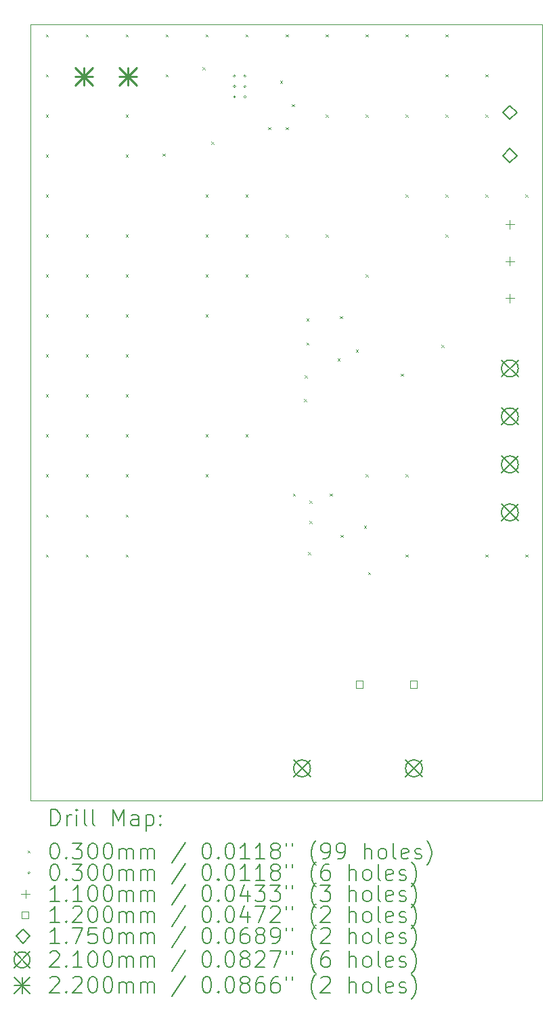
<source format=gbr>
%TF.GenerationSoftware,KiCad,Pcbnew,8.0.6*%
%TF.CreationDate,2025-04-03T20:59:11+02:00*%
%TF.ProjectId,UV-Lamp,55562d4c-616d-4702-9e6b-696361645f70,v2.0*%
%TF.SameCoordinates,Original*%
%TF.FileFunction,Drillmap*%
%TF.FilePolarity,Positive*%
%FSLAX45Y45*%
G04 Gerber Fmt 4.5, Leading zero omitted, Abs format (unit mm)*
G04 Created by KiCad (PCBNEW 8.0.6) date 2025-04-03 20:59:11*
%MOMM*%
%LPD*%
G01*
G04 APERTURE LIST*
%ADD10C,0.050000*%
%ADD11C,0.200000*%
%ADD12C,0.100000*%
%ADD13C,0.110000*%
%ADD14C,0.120000*%
%ADD15C,0.175000*%
%ADD16C,0.210000*%
%ADD17C,0.220000*%
G04 APERTURE END LIST*
D10*
X10710000Y-5580000D02*
X17110000Y-5580000D01*
X17110000Y-15280000D01*
X10710000Y-15280000D01*
X10710000Y-5580000D01*
D11*
D12*
X10905000Y-5705000D02*
X10935000Y-5735000D01*
X10935000Y-5705000D02*
X10905000Y-5735000D01*
X10905000Y-6205000D02*
X10935000Y-6235000D01*
X10935000Y-6205000D02*
X10905000Y-6235000D01*
X10905000Y-6705000D02*
X10935000Y-6735000D01*
X10935000Y-6705000D02*
X10905000Y-6735000D01*
X10905000Y-7205000D02*
X10935000Y-7235000D01*
X10935000Y-7205000D02*
X10905000Y-7235000D01*
X10905000Y-7705000D02*
X10935000Y-7735000D01*
X10935000Y-7705000D02*
X10905000Y-7735000D01*
X10905000Y-8205000D02*
X10935000Y-8235000D01*
X10935000Y-8205000D02*
X10905000Y-8235000D01*
X10905000Y-8705000D02*
X10935000Y-8735000D01*
X10935000Y-8705000D02*
X10905000Y-8735000D01*
X10905000Y-9205000D02*
X10935000Y-9235000D01*
X10935000Y-9205000D02*
X10905000Y-9235000D01*
X10905000Y-9705000D02*
X10935000Y-9735000D01*
X10935000Y-9705000D02*
X10905000Y-9735000D01*
X10905000Y-10205000D02*
X10935000Y-10235000D01*
X10935000Y-10205000D02*
X10905000Y-10235000D01*
X10905000Y-10705000D02*
X10935000Y-10735000D01*
X10935000Y-10705000D02*
X10905000Y-10735000D01*
X10905000Y-11205000D02*
X10935000Y-11235000D01*
X10935000Y-11205000D02*
X10905000Y-11235000D01*
X10905000Y-11705000D02*
X10935000Y-11735000D01*
X10935000Y-11705000D02*
X10905000Y-11735000D01*
X10905000Y-12205000D02*
X10935000Y-12235000D01*
X10935000Y-12205000D02*
X10905000Y-12235000D01*
X11405000Y-5705000D02*
X11435000Y-5735000D01*
X11435000Y-5705000D02*
X11405000Y-5735000D01*
X11405000Y-8205000D02*
X11435000Y-8235000D01*
X11435000Y-8205000D02*
X11405000Y-8235000D01*
X11405000Y-8705000D02*
X11435000Y-8735000D01*
X11435000Y-8705000D02*
X11405000Y-8735000D01*
X11405000Y-9205000D02*
X11435000Y-9235000D01*
X11435000Y-9205000D02*
X11405000Y-9235000D01*
X11405000Y-9705000D02*
X11435000Y-9735000D01*
X11435000Y-9705000D02*
X11405000Y-9735000D01*
X11405000Y-10205000D02*
X11435000Y-10235000D01*
X11435000Y-10205000D02*
X11405000Y-10235000D01*
X11405000Y-10705000D02*
X11435000Y-10735000D01*
X11435000Y-10705000D02*
X11405000Y-10735000D01*
X11405000Y-11205000D02*
X11435000Y-11235000D01*
X11435000Y-11205000D02*
X11405000Y-11235000D01*
X11405000Y-11705000D02*
X11435000Y-11735000D01*
X11435000Y-11705000D02*
X11405000Y-11735000D01*
X11405000Y-12205000D02*
X11435000Y-12235000D01*
X11435000Y-12205000D02*
X11405000Y-12235000D01*
X11905000Y-5705000D02*
X11935000Y-5735000D01*
X11935000Y-5705000D02*
X11905000Y-5735000D01*
X11905000Y-6705000D02*
X11935000Y-6735000D01*
X11935000Y-6705000D02*
X11905000Y-6735000D01*
X11905000Y-7205000D02*
X11935000Y-7235000D01*
X11935000Y-7205000D02*
X11905000Y-7235000D01*
X11905000Y-8205000D02*
X11935000Y-8235000D01*
X11935000Y-8205000D02*
X11905000Y-8235000D01*
X11905000Y-8705000D02*
X11935000Y-8735000D01*
X11935000Y-8705000D02*
X11905000Y-8735000D01*
X11905000Y-9205000D02*
X11935000Y-9235000D01*
X11935000Y-9205000D02*
X11905000Y-9235000D01*
X11905000Y-9705000D02*
X11935000Y-9735000D01*
X11935000Y-9705000D02*
X11905000Y-9735000D01*
X11905000Y-10205000D02*
X11935000Y-10235000D01*
X11935000Y-10205000D02*
X11905000Y-10235000D01*
X11905000Y-10705000D02*
X11935000Y-10735000D01*
X11935000Y-10705000D02*
X11905000Y-10735000D01*
X11905000Y-11205000D02*
X11935000Y-11235000D01*
X11935000Y-11205000D02*
X11905000Y-11235000D01*
X11905000Y-11705000D02*
X11935000Y-11735000D01*
X11935000Y-11705000D02*
X11905000Y-11735000D01*
X11905000Y-12205000D02*
X11935000Y-12235000D01*
X11935000Y-12205000D02*
X11905000Y-12235000D01*
X12365000Y-7195000D02*
X12395000Y-7225000D01*
X12395000Y-7195000D02*
X12365000Y-7225000D01*
X12405000Y-5705000D02*
X12435000Y-5735000D01*
X12435000Y-5705000D02*
X12405000Y-5735000D01*
X12405000Y-6205000D02*
X12435000Y-6235000D01*
X12435000Y-6205000D02*
X12405000Y-6235000D01*
X12865000Y-6115000D02*
X12895000Y-6145000D01*
X12895000Y-6115000D02*
X12865000Y-6145000D01*
X12905000Y-5705000D02*
X12935000Y-5735000D01*
X12935000Y-5705000D02*
X12905000Y-5735000D01*
X12905000Y-7705000D02*
X12935000Y-7735000D01*
X12935000Y-7705000D02*
X12905000Y-7735000D01*
X12905000Y-8205000D02*
X12935000Y-8235000D01*
X12935000Y-8205000D02*
X12905000Y-8235000D01*
X12905000Y-8705000D02*
X12935000Y-8735000D01*
X12935000Y-8705000D02*
X12905000Y-8735000D01*
X12905000Y-9205000D02*
X12935000Y-9235000D01*
X12935000Y-9205000D02*
X12905000Y-9235000D01*
X12905000Y-10705000D02*
X12935000Y-10735000D01*
X12935000Y-10705000D02*
X12905000Y-10735000D01*
X12905000Y-11205000D02*
X12935000Y-11235000D01*
X12935000Y-11205000D02*
X12905000Y-11235000D01*
X12975000Y-7045000D02*
X13005000Y-7075000D01*
X13005000Y-7045000D02*
X12975000Y-7075000D01*
X13405000Y-5705000D02*
X13435000Y-5735000D01*
X13435000Y-5705000D02*
X13405000Y-5735000D01*
X13405000Y-7705000D02*
X13435000Y-7735000D01*
X13435000Y-7705000D02*
X13405000Y-7735000D01*
X13405000Y-8205000D02*
X13435000Y-8235000D01*
X13435000Y-8205000D02*
X13405000Y-8235000D01*
X13405000Y-8705000D02*
X13435000Y-8735000D01*
X13435000Y-8705000D02*
X13405000Y-8735000D01*
X13405000Y-10705000D02*
X13435000Y-10735000D01*
X13435000Y-10705000D02*
X13405000Y-10735000D01*
X13685000Y-6865000D02*
X13715000Y-6895000D01*
X13715000Y-6865000D02*
X13685000Y-6895000D01*
X13835000Y-6285000D02*
X13865000Y-6315000D01*
X13865000Y-6285000D02*
X13835000Y-6315000D01*
X13905000Y-5705000D02*
X13935000Y-5735000D01*
X13935000Y-5705000D02*
X13905000Y-5735000D01*
X13905000Y-6865000D02*
X13935000Y-6895000D01*
X13935000Y-6865000D02*
X13905000Y-6895000D01*
X13905000Y-8205000D02*
X13935000Y-8235000D01*
X13935000Y-8205000D02*
X13905000Y-8235000D01*
X13985000Y-6575000D02*
X14015000Y-6605000D01*
X14015000Y-6575000D02*
X13985000Y-6605000D01*
X13995000Y-11445000D02*
X14025000Y-11475000D01*
X14025000Y-11445000D02*
X13995000Y-11475000D01*
X14135000Y-10265000D02*
X14165000Y-10295000D01*
X14165000Y-10265000D02*
X14135000Y-10295000D01*
X14145000Y-9965000D02*
X14175000Y-9995000D01*
X14175000Y-9965000D02*
X14145000Y-9995000D01*
X14165000Y-9255000D02*
X14195000Y-9285000D01*
X14195000Y-9255000D02*
X14165000Y-9285000D01*
X14165000Y-9555000D02*
X14195000Y-9585000D01*
X14195000Y-9555000D02*
X14165000Y-9585000D01*
X14185000Y-12175000D02*
X14215000Y-12205000D01*
X14215000Y-12175000D02*
X14185000Y-12205000D01*
X14205000Y-11535000D02*
X14235000Y-11565000D01*
X14235000Y-11535000D02*
X14205000Y-11565000D01*
X14205000Y-11785000D02*
X14235000Y-11815000D01*
X14235000Y-11785000D02*
X14205000Y-11815000D01*
X14405000Y-5705000D02*
X14435000Y-5735000D01*
X14435000Y-5705000D02*
X14405000Y-5735000D01*
X14405000Y-6705000D02*
X14435000Y-6735000D01*
X14435000Y-6705000D02*
X14405000Y-6735000D01*
X14405000Y-8205000D02*
X14435000Y-8235000D01*
X14435000Y-8205000D02*
X14405000Y-8235000D01*
X14455000Y-11445000D02*
X14485000Y-11475000D01*
X14485000Y-11445000D02*
X14455000Y-11475000D01*
X14555000Y-9755000D02*
X14585000Y-9785000D01*
X14585000Y-9755000D02*
X14555000Y-9785000D01*
X14585000Y-9225000D02*
X14615000Y-9255000D01*
X14615000Y-9225000D02*
X14585000Y-9255000D01*
X14594997Y-11962564D02*
X14624997Y-11992564D01*
X14624997Y-11962564D02*
X14594997Y-11992564D01*
X14785000Y-9645000D02*
X14815000Y-9675000D01*
X14815000Y-9645000D02*
X14785000Y-9675000D01*
X14885000Y-11845000D02*
X14915000Y-11875000D01*
X14915000Y-11845000D02*
X14885000Y-11875000D01*
X14905000Y-5705000D02*
X14935000Y-5735000D01*
X14935000Y-5705000D02*
X14905000Y-5735000D01*
X14905000Y-6705000D02*
X14935000Y-6735000D01*
X14935000Y-6705000D02*
X14905000Y-6735000D01*
X14905000Y-8705000D02*
X14935000Y-8735000D01*
X14935000Y-8705000D02*
X14905000Y-8735000D01*
X14905000Y-11205000D02*
X14935000Y-11235000D01*
X14935000Y-11205000D02*
X14905000Y-11235000D01*
X14935000Y-12425000D02*
X14965000Y-12455000D01*
X14965000Y-12425000D02*
X14935000Y-12455000D01*
X15345000Y-9945000D02*
X15375000Y-9975000D01*
X15375000Y-9945000D02*
X15345000Y-9975000D01*
X15405000Y-5705000D02*
X15435000Y-5735000D01*
X15435000Y-5705000D02*
X15405000Y-5735000D01*
X15405000Y-6705000D02*
X15435000Y-6735000D01*
X15435000Y-6705000D02*
X15405000Y-6735000D01*
X15405000Y-7705000D02*
X15435000Y-7735000D01*
X15435000Y-7705000D02*
X15405000Y-7735000D01*
X15405000Y-11205000D02*
X15435000Y-11235000D01*
X15435000Y-11205000D02*
X15405000Y-11235000D01*
X15405000Y-12205000D02*
X15435000Y-12235000D01*
X15435000Y-12205000D02*
X15405000Y-12235000D01*
X15855000Y-9585000D02*
X15885000Y-9615000D01*
X15885000Y-9585000D02*
X15855000Y-9615000D01*
X15905000Y-5705000D02*
X15935000Y-5735000D01*
X15935000Y-5705000D02*
X15905000Y-5735000D01*
X15905000Y-6205000D02*
X15935000Y-6235000D01*
X15935000Y-6205000D02*
X15905000Y-6235000D01*
X15905000Y-6705000D02*
X15935000Y-6735000D01*
X15935000Y-6705000D02*
X15905000Y-6735000D01*
X15905000Y-7705000D02*
X15935000Y-7735000D01*
X15935000Y-7705000D02*
X15905000Y-7735000D01*
X15905000Y-8205000D02*
X15935000Y-8235000D01*
X15935000Y-8205000D02*
X15905000Y-8235000D01*
X16405000Y-6205000D02*
X16435000Y-6235000D01*
X16435000Y-6205000D02*
X16405000Y-6235000D01*
X16405000Y-6705000D02*
X16435000Y-6735000D01*
X16435000Y-6705000D02*
X16405000Y-6735000D01*
X16405000Y-7705000D02*
X16435000Y-7735000D01*
X16435000Y-7705000D02*
X16405000Y-7735000D01*
X16405000Y-12205000D02*
X16435000Y-12235000D01*
X16435000Y-12205000D02*
X16405000Y-12235000D01*
X16905000Y-7705000D02*
X16935000Y-7735000D01*
X16935000Y-7705000D02*
X16905000Y-7735000D01*
X16905000Y-12205000D02*
X16935000Y-12235000D01*
X16935000Y-12205000D02*
X16905000Y-12235000D01*
X13280000Y-6225000D02*
G75*
G02*
X13250000Y-6225000I-15000J0D01*
G01*
X13250000Y-6225000D02*
G75*
G02*
X13280000Y-6225000I15000J0D01*
G01*
X13280000Y-6355000D02*
G75*
G02*
X13250000Y-6355000I-15000J0D01*
G01*
X13250000Y-6355000D02*
G75*
G02*
X13280000Y-6355000I15000J0D01*
G01*
X13280000Y-6485000D02*
G75*
G02*
X13250000Y-6485000I-15000J0D01*
G01*
X13250000Y-6485000D02*
G75*
G02*
X13280000Y-6485000I15000J0D01*
G01*
X13410000Y-6225000D02*
G75*
G02*
X13380000Y-6225000I-15000J0D01*
G01*
X13380000Y-6225000D02*
G75*
G02*
X13410000Y-6225000I15000J0D01*
G01*
X13410000Y-6355000D02*
G75*
G02*
X13380000Y-6355000I-15000J0D01*
G01*
X13380000Y-6355000D02*
G75*
G02*
X13410000Y-6355000I15000J0D01*
G01*
X13410000Y-6485000D02*
G75*
G02*
X13380000Y-6485000I-15000J0D01*
G01*
X13380000Y-6485000D02*
G75*
G02*
X13410000Y-6485000I15000J0D01*
G01*
D13*
X16710000Y-8025000D02*
X16710000Y-8135000D01*
X16655000Y-8080000D02*
X16765000Y-8080000D01*
X16710000Y-8485000D02*
X16710000Y-8595000D01*
X16655000Y-8540000D02*
X16765000Y-8540000D01*
X16710000Y-8945000D02*
X16710000Y-9055000D01*
X16655000Y-9000000D02*
X16765000Y-9000000D01*
D14*
X14873177Y-13872427D02*
X14873177Y-13787573D01*
X14788323Y-13787573D01*
X14788323Y-13872427D01*
X14873177Y-13872427D01*
X15548177Y-13872427D02*
X15548177Y-13787573D01*
X15463323Y-13787573D01*
X15463323Y-13872427D01*
X15548177Y-13872427D01*
D15*
X16710000Y-6767500D02*
X16797500Y-6680000D01*
X16710000Y-6592500D01*
X16622500Y-6680000D01*
X16710000Y-6767500D01*
X16710000Y-7307500D02*
X16797500Y-7220000D01*
X16710000Y-7132500D01*
X16622500Y-7220000D01*
X16710000Y-7307500D01*
D16*
X14005000Y-14775000D02*
X14215000Y-14985000D01*
X14215000Y-14775000D02*
X14005000Y-14985000D01*
X14215000Y-14880000D02*
G75*
G02*
X14005000Y-14880000I-105000J0D01*
G01*
X14005000Y-14880000D02*
G75*
G02*
X14215000Y-14880000I105000J0D01*
G01*
X15405000Y-14775000D02*
X15615000Y-14985000D01*
X15615000Y-14775000D02*
X15405000Y-14985000D01*
X15615000Y-14880000D02*
G75*
G02*
X15405000Y-14880000I-105000J0D01*
G01*
X15405000Y-14880000D02*
G75*
G02*
X15615000Y-14880000I105000J0D01*
G01*
X16605000Y-9775000D02*
X16815000Y-9985000D01*
X16815000Y-9775000D02*
X16605000Y-9985000D01*
X16815000Y-9880000D02*
G75*
G02*
X16605000Y-9880000I-105000J0D01*
G01*
X16605000Y-9880000D02*
G75*
G02*
X16815000Y-9880000I105000J0D01*
G01*
X16605000Y-10375000D02*
X16815000Y-10585000D01*
X16815000Y-10375000D02*
X16605000Y-10585000D01*
X16815000Y-10480000D02*
G75*
G02*
X16605000Y-10480000I-105000J0D01*
G01*
X16605000Y-10480000D02*
G75*
G02*
X16815000Y-10480000I105000J0D01*
G01*
X16605000Y-10975000D02*
X16815000Y-11185000D01*
X16815000Y-10975000D02*
X16605000Y-11185000D01*
X16815000Y-11080000D02*
G75*
G02*
X16605000Y-11080000I-105000J0D01*
G01*
X16605000Y-11080000D02*
G75*
G02*
X16815000Y-11080000I105000J0D01*
G01*
X16605000Y-11575000D02*
X16815000Y-11785000D01*
X16815000Y-11575000D02*
X16605000Y-11785000D01*
X16815000Y-11680000D02*
G75*
G02*
X16605000Y-11680000I-105000J0D01*
G01*
X16605000Y-11680000D02*
G75*
G02*
X16815000Y-11680000I105000J0D01*
G01*
D17*
X11270750Y-6120000D02*
X11490750Y-6340000D01*
X11490750Y-6120000D02*
X11270750Y-6340000D01*
X11380750Y-6120000D02*
X11380750Y-6340000D01*
X11270750Y-6230000D02*
X11490750Y-6230000D01*
X11820750Y-6120000D02*
X12040750Y-6340000D01*
X12040750Y-6120000D02*
X11820750Y-6340000D01*
X11930750Y-6120000D02*
X11930750Y-6340000D01*
X11820750Y-6230000D02*
X12040750Y-6230000D01*
D11*
X10968277Y-15593984D02*
X10968277Y-15393984D01*
X10968277Y-15393984D02*
X11015896Y-15393984D01*
X11015896Y-15393984D02*
X11044467Y-15403508D01*
X11044467Y-15403508D02*
X11063515Y-15422555D01*
X11063515Y-15422555D02*
X11073039Y-15441603D01*
X11073039Y-15441603D02*
X11082563Y-15479698D01*
X11082563Y-15479698D02*
X11082563Y-15508269D01*
X11082563Y-15508269D02*
X11073039Y-15546365D01*
X11073039Y-15546365D02*
X11063515Y-15565412D01*
X11063515Y-15565412D02*
X11044467Y-15584460D01*
X11044467Y-15584460D02*
X11015896Y-15593984D01*
X11015896Y-15593984D02*
X10968277Y-15593984D01*
X11168277Y-15593984D02*
X11168277Y-15460650D01*
X11168277Y-15498746D02*
X11177801Y-15479698D01*
X11177801Y-15479698D02*
X11187324Y-15470174D01*
X11187324Y-15470174D02*
X11206372Y-15460650D01*
X11206372Y-15460650D02*
X11225420Y-15460650D01*
X11292086Y-15593984D02*
X11292086Y-15460650D01*
X11292086Y-15393984D02*
X11282562Y-15403508D01*
X11282562Y-15403508D02*
X11292086Y-15413031D01*
X11292086Y-15413031D02*
X11301610Y-15403508D01*
X11301610Y-15403508D02*
X11292086Y-15393984D01*
X11292086Y-15393984D02*
X11292086Y-15413031D01*
X11415896Y-15593984D02*
X11396848Y-15584460D01*
X11396848Y-15584460D02*
X11387324Y-15565412D01*
X11387324Y-15565412D02*
X11387324Y-15393984D01*
X11520658Y-15593984D02*
X11501610Y-15584460D01*
X11501610Y-15584460D02*
X11492086Y-15565412D01*
X11492086Y-15565412D02*
X11492086Y-15393984D01*
X11749229Y-15593984D02*
X11749229Y-15393984D01*
X11749229Y-15393984D02*
X11815896Y-15536841D01*
X11815896Y-15536841D02*
X11882562Y-15393984D01*
X11882562Y-15393984D02*
X11882562Y-15593984D01*
X12063515Y-15593984D02*
X12063515Y-15489222D01*
X12063515Y-15489222D02*
X12053991Y-15470174D01*
X12053991Y-15470174D02*
X12034943Y-15460650D01*
X12034943Y-15460650D02*
X11996848Y-15460650D01*
X11996848Y-15460650D02*
X11977801Y-15470174D01*
X12063515Y-15584460D02*
X12044467Y-15593984D01*
X12044467Y-15593984D02*
X11996848Y-15593984D01*
X11996848Y-15593984D02*
X11977801Y-15584460D01*
X11977801Y-15584460D02*
X11968277Y-15565412D01*
X11968277Y-15565412D02*
X11968277Y-15546365D01*
X11968277Y-15546365D02*
X11977801Y-15527317D01*
X11977801Y-15527317D02*
X11996848Y-15517793D01*
X11996848Y-15517793D02*
X12044467Y-15517793D01*
X12044467Y-15517793D02*
X12063515Y-15508269D01*
X12158753Y-15460650D02*
X12158753Y-15660650D01*
X12158753Y-15470174D02*
X12177801Y-15460650D01*
X12177801Y-15460650D02*
X12215896Y-15460650D01*
X12215896Y-15460650D02*
X12234943Y-15470174D01*
X12234943Y-15470174D02*
X12244467Y-15479698D01*
X12244467Y-15479698D02*
X12253991Y-15498746D01*
X12253991Y-15498746D02*
X12253991Y-15555888D01*
X12253991Y-15555888D02*
X12244467Y-15574936D01*
X12244467Y-15574936D02*
X12234943Y-15584460D01*
X12234943Y-15584460D02*
X12215896Y-15593984D01*
X12215896Y-15593984D02*
X12177801Y-15593984D01*
X12177801Y-15593984D02*
X12158753Y-15584460D01*
X12339705Y-15574936D02*
X12349229Y-15584460D01*
X12349229Y-15584460D02*
X12339705Y-15593984D01*
X12339705Y-15593984D02*
X12330182Y-15584460D01*
X12330182Y-15584460D02*
X12339705Y-15574936D01*
X12339705Y-15574936D02*
X12339705Y-15593984D01*
X12339705Y-15470174D02*
X12349229Y-15479698D01*
X12349229Y-15479698D02*
X12339705Y-15489222D01*
X12339705Y-15489222D02*
X12330182Y-15479698D01*
X12330182Y-15479698D02*
X12339705Y-15470174D01*
X12339705Y-15470174D02*
X12339705Y-15489222D01*
D12*
X10677500Y-15907500D02*
X10707500Y-15937500D01*
X10707500Y-15907500D02*
X10677500Y-15937500D01*
D11*
X11006372Y-15813984D02*
X11025420Y-15813984D01*
X11025420Y-15813984D02*
X11044467Y-15823508D01*
X11044467Y-15823508D02*
X11053991Y-15833031D01*
X11053991Y-15833031D02*
X11063515Y-15852079D01*
X11063515Y-15852079D02*
X11073039Y-15890174D01*
X11073039Y-15890174D02*
X11073039Y-15937793D01*
X11073039Y-15937793D02*
X11063515Y-15975888D01*
X11063515Y-15975888D02*
X11053991Y-15994936D01*
X11053991Y-15994936D02*
X11044467Y-16004460D01*
X11044467Y-16004460D02*
X11025420Y-16013984D01*
X11025420Y-16013984D02*
X11006372Y-16013984D01*
X11006372Y-16013984D02*
X10987324Y-16004460D01*
X10987324Y-16004460D02*
X10977801Y-15994936D01*
X10977801Y-15994936D02*
X10968277Y-15975888D01*
X10968277Y-15975888D02*
X10958753Y-15937793D01*
X10958753Y-15937793D02*
X10958753Y-15890174D01*
X10958753Y-15890174D02*
X10968277Y-15852079D01*
X10968277Y-15852079D02*
X10977801Y-15833031D01*
X10977801Y-15833031D02*
X10987324Y-15823508D01*
X10987324Y-15823508D02*
X11006372Y-15813984D01*
X11158753Y-15994936D02*
X11168277Y-16004460D01*
X11168277Y-16004460D02*
X11158753Y-16013984D01*
X11158753Y-16013984D02*
X11149229Y-16004460D01*
X11149229Y-16004460D02*
X11158753Y-15994936D01*
X11158753Y-15994936D02*
X11158753Y-16013984D01*
X11234943Y-15813984D02*
X11358753Y-15813984D01*
X11358753Y-15813984D02*
X11292086Y-15890174D01*
X11292086Y-15890174D02*
X11320658Y-15890174D01*
X11320658Y-15890174D02*
X11339705Y-15899698D01*
X11339705Y-15899698D02*
X11349229Y-15909222D01*
X11349229Y-15909222D02*
X11358753Y-15928269D01*
X11358753Y-15928269D02*
X11358753Y-15975888D01*
X11358753Y-15975888D02*
X11349229Y-15994936D01*
X11349229Y-15994936D02*
X11339705Y-16004460D01*
X11339705Y-16004460D02*
X11320658Y-16013984D01*
X11320658Y-16013984D02*
X11263515Y-16013984D01*
X11263515Y-16013984D02*
X11244467Y-16004460D01*
X11244467Y-16004460D02*
X11234943Y-15994936D01*
X11482562Y-15813984D02*
X11501610Y-15813984D01*
X11501610Y-15813984D02*
X11520658Y-15823508D01*
X11520658Y-15823508D02*
X11530182Y-15833031D01*
X11530182Y-15833031D02*
X11539705Y-15852079D01*
X11539705Y-15852079D02*
X11549229Y-15890174D01*
X11549229Y-15890174D02*
X11549229Y-15937793D01*
X11549229Y-15937793D02*
X11539705Y-15975888D01*
X11539705Y-15975888D02*
X11530182Y-15994936D01*
X11530182Y-15994936D02*
X11520658Y-16004460D01*
X11520658Y-16004460D02*
X11501610Y-16013984D01*
X11501610Y-16013984D02*
X11482562Y-16013984D01*
X11482562Y-16013984D02*
X11463515Y-16004460D01*
X11463515Y-16004460D02*
X11453991Y-15994936D01*
X11453991Y-15994936D02*
X11444467Y-15975888D01*
X11444467Y-15975888D02*
X11434943Y-15937793D01*
X11434943Y-15937793D02*
X11434943Y-15890174D01*
X11434943Y-15890174D02*
X11444467Y-15852079D01*
X11444467Y-15852079D02*
X11453991Y-15833031D01*
X11453991Y-15833031D02*
X11463515Y-15823508D01*
X11463515Y-15823508D02*
X11482562Y-15813984D01*
X11673039Y-15813984D02*
X11692086Y-15813984D01*
X11692086Y-15813984D02*
X11711134Y-15823508D01*
X11711134Y-15823508D02*
X11720658Y-15833031D01*
X11720658Y-15833031D02*
X11730182Y-15852079D01*
X11730182Y-15852079D02*
X11739705Y-15890174D01*
X11739705Y-15890174D02*
X11739705Y-15937793D01*
X11739705Y-15937793D02*
X11730182Y-15975888D01*
X11730182Y-15975888D02*
X11720658Y-15994936D01*
X11720658Y-15994936D02*
X11711134Y-16004460D01*
X11711134Y-16004460D02*
X11692086Y-16013984D01*
X11692086Y-16013984D02*
X11673039Y-16013984D01*
X11673039Y-16013984D02*
X11653991Y-16004460D01*
X11653991Y-16004460D02*
X11644467Y-15994936D01*
X11644467Y-15994936D02*
X11634943Y-15975888D01*
X11634943Y-15975888D02*
X11625420Y-15937793D01*
X11625420Y-15937793D02*
X11625420Y-15890174D01*
X11625420Y-15890174D02*
X11634943Y-15852079D01*
X11634943Y-15852079D02*
X11644467Y-15833031D01*
X11644467Y-15833031D02*
X11653991Y-15823508D01*
X11653991Y-15823508D02*
X11673039Y-15813984D01*
X11825420Y-16013984D02*
X11825420Y-15880650D01*
X11825420Y-15899698D02*
X11834943Y-15890174D01*
X11834943Y-15890174D02*
X11853991Y-15880650D01*
X11853991Y-15880650D02*
X11882563Y-15880650D01*
X11882563Y-15880650D02*
X11901610Y-15890174D01*
X11901610Y-15890174D02*
X11911134Y-15909222D01*
X11911134Y-15909222D02*
X11911134Y-16013984D01*
X11911134Y-15909222D02*
X11920658Y-15890174D01*
X11920658Y-15890174D02*
X11939705Y-15880650D01*
X11939705Y-15880650D02*
X11968277Y-15880650D01*
X11968277Y-15880650D02*
X11987324Y-15890174D01*
X11987324Y-15890174D02*
X11996848Y-15909222D01*
X11996848Y-15909222D02*
X11996848Y-16013984D01*
X12092086Y-16013984D02*
X12092086Y-15880650D01*
X12092086Y-15899698D02*
X12101610Y-15890174D01*
X12101610Y-15890174D02*
X12120658Y-15880650D01*
X12120658Y-15880650D02*
X12149229Y-15880650D01*
X12149229Y-15880650D02*
X12168277Y-15890174D01*
X12168277Y-15890174D02*
X12177801Y-15909222D01*
X12177801Y-15909222D02*
X12177801Y-16013984D01*
X12177801Y-15909222D02*
X12187324Y-15890174D01*
X12187324Y-15890174D02*
X12206372Y-15880650D01*
X12206372Y-15880650D02*
X12234943Y-15880650D01*
X12234943Y-15880650D02*
X12253991Y-15890174D01*
X12253991Y-15890174D02*
X12263515Y-15909222D01*
X12263515Y-15909222D02*
X12263515Y-16013984D01*
X12653991Y-15804460D02*
X12482563Y-16061603D01*
X12911134Y-15813984D02*
X12930182Y-15813984D01*
X12930182Y-15813984D02*
X12949229Y-15823508D01*
X12949229Y-15823508D02*
X12958753Y-15833031D01*
X12958753Y-15833031D02*
X12968277Y-15852079D01*
X12968277Y-15852079D02*
X12977801Y-15890174D01*
X12977801Y-15890174D02*
X12977801Y-15937793D01*
X12977801Y-15937793D02*
X12968277Y-15975888D01*
X12968277Y-15975888D02*
X12958753Y-15994936D01*
X12958753Y-15994936D02*
X12949229Y-16004460D01*
X12949229Y-16004460D02*
X12930182Y-16013984D01*
X12930182Y-16013984D02*
X12911134Y-16013984D01*
X12911134Y-16013984D02*
X12892086Y-16004460D01*
X12892086Y-16004460D02*
X12882563Y-15994936D01*
X12882563Y-15994936D02*
X12873039Y-15975888D01*
X12873039Y-15975888D02*
X12863515Y-15937793D01*
X12863515Y-15937793D02*
X12863515Y-15890174D01*
X12863515Y-15890174D02*
X12873039Y-15852079D01*
X12873039Y-15852079D02*
X12882563Y-15833031D01*
X12882563Y-15833031D02*
X12892086Y-15823508D01*
X12892086Y-15823508D02*
X12911134Y-15813984D01*
X13063515Y-15994936D02*
X13073039Y-16004460D01*
X13073039Y-16004460D02*
X13063515Y-16013984D01*
X13063515Y-16013984D02*
X13053991Y-16004460D01*
X13053991Y-16004460D02*
X13063515Y-15994936D01*
X13063515Y-15994936D02*
X13063515Y-16013984D01*
X13196848Y-15813984D02*
X13215896Y-15813984D01*
X13215896Y-15813984D02*
X13234944Y-15823508D01*
X13234944Y-15823508D02*
X13244467Y-15833031D01*
X13244467Y-15833031D02*
X13253991Y-15852079D01*
X13253991Y-15852079D02*
X13263515Y-15890174D01*
X13263515Y-15890174D02*
X13263515Y-15937793D01*
X13263515Y-15937793D02*
X13253991Y-15975888D01*
X13253991Y-15975888D02*
X13244467Y-15994936D01*
X13244467Y-15994936D02*
X13234944Y-16004460D01*
X13234944Y-16004460D02*
X13215896Y-16013984D01*
X13215896Y-16013984D02*
X13196848Y-16013984D01*
X13196848Y-16013984D02*
X13177801Y-16004460D01*
X13177801Y-16004460D02*
X13168277Y-15994936D01*
X13168277Y-15994936D02*
X13158753Y-15975888D01*
X13158753Y-15975888D02*
X13149229Y-15937793D01*
X13149229Y-15937793D02*
X13149229Y-15890174D01*
X13149229Y-15890174D02*
X13158753Y-15852079D01*
X13158753Y-15852079D02*
X13168277Y-15833031D01*
X13168277Y-15833031D02*
X13177801Y-15823508D01*
X13177801Y-15823508D02*
X13196848Y-15813984D01*
X13453991Y-16013984D02*
X13339706Y-16013984D01*
X13396848Y-16013984D02*
X13396848Y-15813984D01*
X13396848Y-15813984D02*
X13377801Y-15842555D01*
X13377801Y-15842555D02*
X13358753Y-15861603D01*
X13358753Y-15861603D02*
X13339706Y-15871127D01*
X13644467Y-16013984D02*
X13530182Y-16013984D01*
X13587325Y-16013984D02*
X13587325Y-15813984D01*
X13587325Y-15813984D02*
X13568277Y-15842555D01*
X13568277Y-15842555D02*
X13549229Y-15861603D01*
X13549229Y-15861603D02*
X13530182Y-15871127D01*
X13758753Y-15899698D02*
X13739706Y-15890174D01*
X13739706Y-15890174D02*
X13730182Y-15880650D01*
X13730182Y-15880650D02*
X13720658Y-15861603D01*
X13720658Y-15861603D02*
X13720658Y-15852079D01*
X13720658Y-15852079D02*
X13730182Y-15833031D01*
X13730182Y-15833031D02*
X13739706Y-15823508D01*
X13739706Y-15823508D02*
X13758753Y-15813984D01*
X13758753Y-15813984D02*
X13796848Y-15813984D01*
X13796848Y-15813984D02*
X13815896Y-15823508D01*
X13815896Y-15823508D02*
X13825420Y-15833031D01*
X13825420Y-15833031D02*
X13834944Y-15852079D01*
X13834944Y-15852079D02*
X13834944Y-15861603D01*
X13834944Y-15861603D02*
X13825420Y-15880650D01*
X13825420Y-15880650D02*
X13815896Y-15890174D01*
X13815896Y-15890174D02*
X13796848Y-15899698D01*
X13796848Y-15899698D02*
X13758753Y-15899698D01*
X13758753Y-15899698D02*
X13739706Y-15909222D01*
X13739706Y-15909222D02*
X13730182Y-15918746D01*
X13730182Y-15918746D02*
X13720658Y-15937793D01*
X13720658Y-15937793D02*
X13720658Y-15975888D01*
X13720658Y-15975888D02*
X13730182Y-15994936D01*
X13730182Y-15994936D02*
X13739706Y-16004460D01*
X13739706Y-16004460D02*
X13758753Y-16013984D01*
X13758753Y-16013984D02*
X13796848Y-16013984D01*
X13796848Y-16013984D02*
X13815896Y-16004460D01*
X13815896Y-16004460D02*
X13825420Y-15994936D01*
X13825420Y-15994936D02*
X13834944Y-15975888D01*
X13834944Y-15975888D02*
X13834944Y-15937793D01*
X13834944Y-15937793D02*
X13825420Y-15918746D01*
X13825420Y-15918746D02*
X13815896Y-15909222D01*
X13815896Y-15909222D02*
X13796848Y-15899698D01*
X13911134Y-15813984D02*
X13911134Y-15852079D01*
X13987325Y-15813984D02*
X13987325Y-15852079D01*
X14282563Y-16090174D02*
X14273039Y-16080650D01*
X14273039Y-16080650D02*
X14253991Y-16052079D01*
X14253991Y-16052079D02*
X14244468Y-16033031D01*
X14244468Y-16033031D02*
X14234944Y-16004460D01*
X14234944Y-16004460D02*
X14225420Y-15956841D01*
X14225420Y-15956841D02*
X14225420Y-15918746D01*
X14225420Y-15918746D02*
X14234944Y-15871127D01*
X14234944Y-15871127D02*
X14244468Y-15842555D01*
X14244468Y-15842555D02*
X14253991Y-15823508D01*
X14253991Y-15823508D02*
X14273039Y-15794936D01*
X14273039Y-15794936D02*
X14282563Y-15785412D01*
X14368277Y-16013984D02*
X14406372Y-16013984D01*
X14406372Y-16013984D02*
X14425420Y-16004460D01*
X14425420Y-16004460D02*
X14434944Y-15994936D01*
X14434944Y-15994936D02*
X14453991Y-15966365D01*
X14453991Y-15966365D02*
X14463515Y-15928269D01*
X14463515Y-15928269D02*
X14463515Y-15852079D01*
X14463515Y-15852079D02*
X14453991Y-15833031D01*
X14453991Y-15833031D02*
X14444468Y-15823508D01*
X14444468Y-15823508D02*
X14425420Y-15813984D01*
X14425420Y-15813984D02*
X14387325Y-15813984D01*
X14387325Y-15813984D02*
X14368277Y-15823508D01*
X14368277Y-15823508D02*
X14358753Y-15833031D01*
X14358753Y-15833031D02*
X14349229Y-15852079D01*
X14349229Y-15852079D02*
X14349229Y-15899698D01*
X14349229Y-15899698D02*
X14358753Y-15918746D01*
X14358753Y-15918746D02*
X14368277Y-15928269D01*
X14368277Y-15928269D02*
X14387325Y-15937793D01*
X14387325Y-15937793D02*
X14425420Y-15937793D01*
X14425420Y-15937793D02*
X14444468Y-15928269D01*
X14444468Y-15928269D02*
X14453991Y-15918746D01*
X14453991Y-15918746D02*
X14463515Y-15899698D01*
X14558753Y-16013984D02*
X14596848Y-16013984D01*
X14596848Y-16013984D02*
X14615896Y-16004460D01*
X14615896Y-16004460D02*
X14625420Y-15994936D01*
X14625420Y-15994936D02*
X14644468Y-15966365D01*
X14644468Y-15966365D02*
X14653991Y-15928269D01*
X14653991Y-15928269D02*
X14653991Y-15852079D01*
X14653991Y-15852079D02*
X14644468Y-15833031D01*
X14644468Y-15833031D02*
X14634944Y-15823508D01*
X14634944Y-15823508D02*
X14615896Y-15813984D01*
X14615896Y-15813984D02*
X14577801Y-15813984D01*
X14577801Y-15813984D02*
X14558753Y-15823508D01*
X14558753Y-15823508D02*
X14549229Y-15833031D01*
X14549229Y-15833031D02*
X14539706Y-15852079D01*
X14539706Y-15852079D02*
X14539706Y-15899698D01*
X14539706Y-15899698D02*
X14549229Y-15918746D01*
X14549229Y-15918746D02*
X14558753Y-15928269D01*
X14558753Y-15928269D02*
X14577801Y-15937793D01*
X14577801Y-15937793D02*
X14615896Y-15937793D01*
X14615896Y-15937793D02*
X14634944Y-15928269D01*
X14634944Y-15928269D02*
X14644468Y-15918746D01*
X14644468Y-15918746D02*
X14653991Y-15899698D01*
X14892087Y-16013984D02*
X14892087Y-15813984D01*
X14977801Y-16013984D02*
X14977801Y-15909222D01*
X14977801Y-15909222D02*
X14968277Y-15890174D01*
X14968277Y-15890174D02*
X14949230Y-15880650D01*
X14949230Y-15880650D02*
X14920658Y-15880650D01*
X14920658Y-15880650D02*
X14901610Y-15890174D01*
X14901610Y-15890174D02*
X14892087Y-15899698D01*
X15101610Y-16013984D02*
X15082563Y-16004460D01*
X15082563Y-16004460D02*
X15073039Y-15994936D01*
X15073039Y-15994936D02*
X15063515Y-15975888D01*
X15063515Y-15975888D02*
X15063515Y-15918746D01*
X15063515Y-15918746D02*
X15073039Y-15899698D01*
X15073039Y-15899698D02*
X15082563Y-15890174D01*
X15082563Y-15890174D02*
X15101610Y-15880650D01*
X15101610Y-15880650D02*
X15130182Y-15880650D01*
X15130182Y-15880650D02*
X15149230Y-15890174D01*
X15149230Y-15890174D02*
X15158753Y-15899698D01*
X15158753Y-15899698D02*
X15168277Y-15918746D01*
X15168277Y-15918746D02*
X15168277Y-15975888D01*
X15168277Y-15975888D02*
X15158753Y-15994936D01*
X15158753Y-15994936D02*
X15149230Y-16004460D01*
X15149230Y-16004460D02*
X15130182Y-16013984D01*
X15130182Y-16013984D02*
X15101610Y-16013984D01*
X15282563Y-16013984D02*
X15263515Y-16004460D01*
X15263515Y-16004460D02*
X15253991Y-15985412D01*
X15253991Y-15985412D02*
X15253991Y-15813984D01*
X15434944Y-16004460D02*
X15415896Y-16013984D01*
X15415896Y-16013984D02*
X15377801Y-16013984D01*
X15377801Y-16013984D02*
X15358753Y-16004460D01*
X15358753Y-16004460D02*
X15349230Y-15985412D01*
X15349230Y-15985412D02*
X15349230Y-15909222D01*
X15349230Y-15909222D02*
X15358753Y-15890174D01*
X15358753Y-15890174D02*
X15377801Y-15880650D01*
X15377801Y-15880650D02*
X15415896Y-15880650D01*
X15415896Y-15880650D02*
X15434944Y-15890174D01*
X15434944Y-15890174D02*
X15444468Y-15909222D01*
X15444468Y-15909222D02*
X15444468Y-15928269D01*
X15444468Y-15928269D02*
X15349230Y-15947317D01*
X15520658Y-16004460D02*
X15539706Y-16013984D01*
X15539706Y-16013984D02*
X15577801Y-16013984D01*
X15577801Y-16013984D02*
X15596849Y-16004460D01*
X15596849Y-16004460D02*
X15606372Y-15985412D01*
X15606372Y-15985412D02*
X15606372Y-15975888D01*
X15606372Y-15975888D02*
X15596849Y-15956841D01*
X15596849Y-15956841D02*
X15577801Y-15947317D01*
X15577801Y-15947317D02*
X15549230Y-15947317D01*
X15549230Y-15947317D02*
X15530182Y-15937793D01*
X15530182Y-15937793D02*
X15520658Y-15918746D01*
X15520658Y-15918746D02*
X15520658Y-15909222D01*
X15520658Y-15909222D02*
X15530182Y-15890174D01*
X15530182Y-15890174D02*
X15549230Y-15880650D01*
X15549230Y-15880650D02*
X15577801Y-15880650D01*
X15577801Y-15880650D02*
X15596849Y-15890174D01*
X15673039Y-16090174D02*
X15682563Y-16080650D01*
X15682563Y-16080650D02*
X15701611Y-16052079D01*
X15701611Y-16052079D02*
X15711134Y-16033031D01*
X15711134Y-16033031D02*
X15720658Y-16004460D01*
X15720658Y-16004460D02*
X15730182Y-15956841D01*
X15730182Y-15956841D02*
X15730182Y-15918746D01*
X15730182Y-15918746D02*
X15720658Y-15871127D01*
X15720658Y-15871127D02*
X15711134Y-15842555D01*
X15711134Y-15842555D02*
X15701611Y-15823508D01*
X15701611Y-15823508D02*
X15682563Y-15794936D01*
X15682563Y-15794936D02*
X15673039Y-15785412D01*
D12*
X10707500Y-16186500D02*
G75*
G02*
X10677500Y-16186500I-15000J0D01*
G01*
X10677500Y-16186500D02*
G75*
G02*
X10707500Y-16186500I15000J0D01*
G01*
D11*
X11006372Y-16077984D02*
X11025420Y-16077984D01*
X11025420Y-16077984D02*
X11044467Y-16087508D01*
X11044467Y-16087508D02*
X11053991Y-16097031D01*
X11053991Y-16097031D02*
X11063515Y-16116079D01*
X11063515Y-16116079D02*
X11073039Y-16154174D01*
X11073039Y-16154174D02*
X11073039Y-16201793D01*
X11073039Y-16201793D02*
X11063515Y-16239888D01*
X11063515Y-16239888D02*
X11053991Y-16258936D01*
X11053991Y-16258936D02*
X11044467Y-16268460D01*
X11044467Y-16268460D02*
X11025420Y-16277984D01*
X11025420Y-16277984D02*
X11006372Y-16277984D01*
X11006372Y-16277984D02*
X10987324Y-16268460D01*
X10987324Y-16268460D02*
X10977801Y-16258936D01*
X10977801Y-16258936D02*
X10968277Y-16239888D01*
X10968277Y-16239888D02*
X10958753Y-16201793D01*
X10958753Y-16201793D02*
X10958753Y-16154174D01*
X10958753Y-16154174D02*
X10968277Y-16116079D01*
X10968277Y-16116079D02*
X10977801Y-16097031D01*
X10977801Y-16097031D02*
X10987324Y-16087508D01*
X10987324Y-16087508D02*
X11006372Y-16077984D01*
X11158753Y-16258936D02*
X11168277Y-16268460D01*
X11168277Y-16268460D02*
X11158753Y-16277984D01*
X11158753Y-16277984D02*
X11149229Y-16268460D01*
X11149229Y-16268460D02*
X11158753Y-16258936D01*
X11158753Y-16258936D02*
X11158753Y-16277984D01*
X11234943Y-16077984D02*
X11358753Y-16077984D01*
X11358753Y-16077984D02*
X11292086Y-16154174D01*
X11292086Y-16154174D02*
X11320658Y-16154174D01*
X11320658Y-16154174D02*
X11339705Y-16163698D01*
X11339705Y-16163698D02*
X11349229Y-16173222D01*
X11349229Y-16173222D02*
X11358753Y-16192269D01*
X11358753Y-16192269D02*
X11358753Y-16239888D01*
X11358753Y-16239888D02*
X11349229Y-16258936D01*
X11349229Y-16258936D02*
X11339705Y-16268460D01*
X11339705Y-16268460D02*
X11320658Y-16277984D01*
X11320658Y-16277984D02*
X11263515Y-16277984D01*
X11263515Y-16277984D02*
X11244467Y-16268460D01*
X11244467Y-16268460D02*
X11234943Y-16258936D01*
X11482562Y-16077984D02*
X11501610Y-16077984D01*
X11501610Y-16077984D02*
X11520658Y-16087508D01*
X11520658Y-16087508D02*
X11530182Y-16097031D01*
X11530182Y-16097031D02*
X11539705Y-16116079D01*
X11539705Y-16116079D02*
X11549229Y-16154174D01*
X11549229Y-16154174D02*
X11549229Y-16201793D01*
X11549229Y-16201793D02*
X11539705Y-16239888D01*
X11539705Y-16239888D02*
X11530182Y-16258936D01*
X11530182Y-16258936D02*
X11520658Y-16268460D01*
X11520658Y-16268460D02*
X11501610Y-16277984D01*
X11501610Y-16277984D02*
X11482562Y-16277984D01*
X11482562Y-16277984D02*
X11463515Y-16268460D01*
X11463515Y-16268460D02*
X11453991Y-16258936D01*
X11453991Y-16258936D02*
X11444467Y-16239888D01*
X11444467Y-16239888D02*
X11434943Y-16201793D01*
X11434943Y-16201793D02*
X11434943Y-16154174D01*
X11434943Y-16154174D02*
X11444467Y-16116079D01*
X11444467Y-16116079D02*
X11453991Y-16097031D01*
X11453991Y-16097031D02*
X11463515Y-16087508D01*
X11463515Y-16087508D02*
X11482562Y-16077984D01*
X11673039Y-16077984D02*
X11692086Y-16077984D01*
X11692086Y-16077984D02*
X11711134Y-16087508D01*
X11711134Y-16087508D02*
X11720658Y-16097031D01*
X11720658Y-16097031D02*
X11730182Y-16116079D01*
X11730182Y-16116079D02*
X11739705Y-16154174D01*
X11739705Y-16154174D02*
X11739705Y-16201793D01*
X11739705Y-16201793D02*
X11730182Y-16239888D01*
X11730182Y-16239888D02*
X11720658Y-16258936D01*
X11720658Y-16258936D02*
X11711134Y-16268460D01*
X11711134Y-16268460D02*
X11692086Y-16277984D01*
X11692086Y-16277984D02*
X11673039Y-16277984D01*
X11673039Y-16277984D02*
X11653991Y-16268460D01*
X11653991Y-16268460D02*
X11644467Y-16258936D01*
X11644467Y-16258936D02*
X11634943Y-16239888D01*
X11634943Y-16239888D02*
X11625420Y-16201793D01*
X11625420Y-16201793D02*
X11625420Y-16154174D01*
X11625420Y-16154174D02*
X11634943Y-16116079D01*
X11634943Y-16116079D02*
X11644467Y-16097031D01*
X11644467Y-16097031D02*
X11653991Y-16087508D01*
X11653991Y-16087508D02*
X11673039Y-16077984D01*
X11825420Y-16277984D02*
X11825420Y-16144650D01*
X11825420Y-16163698D02*
X11834943Y-16154174D01*
X11834943Y-16154174D02*
X11853991Y-16144650D01*
X11853991Y-16144650D02*
X11882563Y-16144650D01*
X11882563Y-16144650D02*
X11901610Y-16154174D01*
X11901610Y-16154174D02*
X11911134Y-16173222D01*
X11911134Y-16173222D02*
X11911134Y-16277984D01*
X11911134Y-16173222D02*
X11920658Y-16154174D01*
X11920658Y-16154174D02*
X11939705Y-16144650D01*
X11939705Y-16144650D02*
X11968277Y-16144650D01*
X11968277Y-16144650D02*
X11987324Y-16154174D01*
X11987324Y-16154174D02*
X11996848Y-16173222D01*
X11996848Y-16173222D02*
X11996848Y-16277984D01*
X12092086Y-16277984D02*
X12092086Y-16144650D01*
X12092086Y-16163698D02*
X12101610Y-16154174D01*
X12101610Y-16154174D02*
X12120658Y-16144650D01*
X12120658Y-16144650D02*
X12149229Y-16144650D01*
X12149229Y-16144650D02*
X12168277Y-16154174D01*
X12168277Y-16154174D02*
X12177801Y-16173222D01*
X12177801Y-16173222D02*
X12177801Y-16277984D01*
X12177801Y-16173222D02*
X12187324Y-16154174D01*
X12187324Y-16154174D02*
X12206372Y-16144650D01*
X12206372Y-16144650D02*
X12234943Y-16144650D01*
X12234943Y-16144650D02*
X12253991Y-16154174D01*
X12253991Y-16154174D02*
X12263515Y-16173222D01*
X12263515Y-16173222D02*
X12263515Y-16277984D01*
X12653991Y-16068460D02*
X12482563Y-16325603D01*
X12911134Y-16077984D02*
X12930182Y-16077984D01*
X12930182Y-16077984D02*
X12949229Y-16087508D01*
X12949229Y-16087508D02*
X12958753Y-16097031D01*
X12958753Y-16097031D02*
X12968277Y-16116079D01*
X12968277Y-16116079D02*
X12977801Y-16154174D01*
X12977801Y-16154174D02*
X12977801Y-16201793D01*
X12977801Y-16201793D02*
X12968277Y-16239888D01*
X12968277Y-16239888D02*
X12958753Y-16258936D01*
X12958753Y-16258936D02*
X12949229Y-16268460D01*
X12949229Y-16268460D02*
X12930182Y-16277984D01*
X12930182Y-16277984D02*
X12911134Y-16277984D01*
X12911134Y-16277984D02*
X12892086Y-16268460D01*
X12892086Y-16268460D02*
X12882563Y-16258936D01*
X12882563Y-16258936D02*
X12873039Y-16239888D01*
X12873039Y-16239888D02*
X12863515Y-16201793D01*
X12863515Y-16201793D02*
X12863515Y-16154174D01*
X12863515Y-16154174D02*
X12873039Y-16116079D01*
X12873039Y-16116079D02*
X12882563Y-16097031D01*
X12882563Y-16097031D02*
X12892086Y-16087508D01*
X12892086Y-16087508D02*
X12911134Y-16077984D01*
X13063515Y-16258936D02*
X13073039Y-16268460D01*
X13073039Y-16268460D02*
X13063515Y-16277984D01*
X13063515Y-16277984D02*
X13053991Y-16268460D01*
X13053991Y-16268460D02*
X13063515Y-16258936D01*
X13063515Y-16258936D02*
X13063515Y-16277984D01*
X13196848Y-16077984D02*
X13215896Y-16077984D01*
X13215896Y-16077984D02*
X13234944Y-16087508D01*
X13234944Y-16087508D02*
X13244467Y-16097031D01*
X13244467Y-16097031D02*
X13253991Y-16116079D01*
X13253991Y-16116079D02*
X13263515Y-16154174D01*
X13263515Y-16154174D02*
X13263515Y-16201793D01*
X13263515Y-16201793D02*
X13253991Y-16239888D01*
X13253991Y-16239888D02*
X13244467Y-16258936D01*
X13244467Y-16258936D02*
X13234944Y-16268460D01*
X13234944Y-16268460D02*
X13215896Y-16277984D01*
X13215896Y-16277984D02*
X13196848Y-16277984D01*
X13196848Y-16277984D02*
X13177801Y-16268460D01*
X13177801Y-16268460D02*
X13168277Y-16258936D01*
X13168277Y-16258936D02*
X13158753Y-16239888D01*
X13158753Y-16239888D02*
X13149229Y-16201793D01*
X13149229Y-16201793D02*
X13149229Y-16154174D01*
X13149229Y-16154174D02*
X13158753Y-16116079D01*
X13158753Y-16116079D02*
X13168277Y-16097031D01*
X13168277Y-16097031D02*
X13177801Y-16087508D01*
X13177801Y-16087508D02*
X13196848Y-16077984D01*
X13453991Y-16277984D02*
X13339706Y-16277984D01*
X13396848Y-16277984D02*
X13396848Y-16077984D01*
X13396848Y-16077984D02*
X13377801Y-16106555D01*
X13377801Y-16106555D02*
X13358753Y-16125603D01*
X13358753Y-16125603D02*
X13339706Y-16135127D01*
X13644467Y-16277984D02*
X13530182Y-16277984D01*
X13587325Y-16277984D02*
X13587325Y-16077984D01*
X13587325Y-16077984D02*
X13568277Y-16106555D01*
X13568277Y-16106555D02*
X13549229Y-16125603D01*
X13549229Y-16125603D02*
X13530182Y-16135127D01*
X13758753Y-16163698D02*
X13739706Y-16154174D01*
X13739706Y-16154174D02*
X13730182Y-16144650D01*
X13730182Y-16144650D02*
X13720658Y-16125603D01*
X13720658Y-16125603D02*
X13720658Y-16116079D01*
X13720658Y-16116079D02*
X13730182Y-16097031D01*
X13730182Y-16097031D02*
X13739706Y-16087508D01*
X13739706Y-16087508D02*
X13758753Y-16077984D01*
X13758753Y-16077984D02*
X13796848Y-16077984D01*
X13796848Y-16077984D02*
X13815896Y-16087508D01*
X13815896Y-16087508D02*
X13825420Y-16097031D01*
X13825420Y-16097031D02*
X13834944Y-16116079D01*
X13834944Y-16116079D02*
X13834944Y-16125603D01*
X13834944Y-16125603D02*
X13825420Y-16144650D01*
X13825420Y-16144650D02*
X13815896Y-16154174D01*
X13815896Y-16154174D02*
X13796848Y-16163698D01*
X13796848Y-16163698D02*
X13758753Y-16163698D01*
X13758753Y-16163698D02*
X13739706Y-16173222D01*
X13739706Y-16173222D02*
X13730182Y-16182746D01*
X13730182Y-16182746D02*
X13720658Y-16201793D01*
X13720658Y-16201793D02*
X13720658Y-16239888D01*
X13720658Y-16239888D02*
X13730182Y-16258936D01*
X13730182Y-16258936D02*
X13739706Y-16268460D01*
X13739706Y-16268460D02*
X13758753Y-16277984D01*
X13758753Y-16277984D02*
X13796848Y-16277984D01*
X13796848Y-16277984D02*
X13815896Y-16268460D01*
X13815896Y-16268460D02*
X13825420Y-16258936D01*
X13825420Y-16258936D02*
X13834944Y-16239888D01*
X13834944Y-16239888D02*
X13834944Y-16201793D01*
X13834944Y-16201793D02*
X13825420Y-16182746D01*
X13825420Y-16182746D02*
X13815896Y-16173222D01*
X13815896Y-16173222D02*
X13796848Y-16163698D01*
X13911134Y-16077984D02*
X13911134Y-16116079D01*
X13987325Y-16077984D02*
X13987325Y-16116079D01*
X14282563Y-16354174D02*
X14273039Y-16344650D01*
X14273039Y-16344650D02*
X14253991Y-16316079D01*
X14253991Y-16316079D02*
X14244468Y-16297031D01*
X14244468Y-16297031D02*
X14234944Y-16268460D01*
X14234944Y-16268460D02*
X14225420Y-16220841D01*
X14225420Y-16220841D02*
X14225420Y-16182746D01*
X14225420Y-16182746D02*
X14234944Y-16135127D01*
X14234944Y-16135127D02*
X14244468Y-16106555D01*
X14244468Y-16106555D02*
X14253991Y-16087508D01*
X14253991Y-16087508D02*
X14273039Y-16058936D01*
X14273039Y-16058936D02*
X14282563Y-16049412D01*
X14444468Y-16077984D02*
X14406372Y-16077984D01*
X14406372Y-16077984D02*
X14387325Y-16087508D01*
X14387325Y-16087508D02*
X14377801Y-16097031D01*
X14377801Y-16097031D02*
X14358753Y-16125603D01*
X14358753Y-16125603D02*
X14349229Y-16163698D01*
X14349229Y-16163698D02*
X14349229Y-16239888D01*
X14349229Y-16239888D02*
X14358753Y-16258936D01*
X14358753Y-16258936D02*
X14368277Y-16268460D01*
X14368277Y-16268460D02*
X14387325Y-16277984D01*
X14387325Y-16277984D02*
X14425420Y-16277984D01*
X14425420Y-16277984D02*
X14444468Y-16268460D01*
X14444468Y-16268460D02*
X14453991Y-16258936D01*
X14453991Y-16258936D02*
X14463515Y-16239888D01*
X14463515Y-16239888D02*
X14463515Y-16192269D01*
X14463515Y-16192269D02*
X14453991Y-16173222D01*
X14453991Y-16173222D02*
X14444468Y-16163698D01*
X14444468Y-16163698D02*
X14425420Y-16154174D01*
X14425420Y-16154174D02*
X14387325Y-16154174D01*
X14387325Y-16154174D02*
X14368277Y-16163698D01*
X14368277Y-16163698D02*
X14358753Y-16173222D01*
X14358753Y-16173222D02*
X14349229Y-16192269D01*
X14701610Y-16277984D02*
X14701610Y-16077984D01*
X14787325Y-16277984D02*
X14787325Y-16173222D01*
X14787325Y-16173222D02*
X14777801Y-16154174D01*
X14777801Y-16154174D02*
X14758753Y-16144650D01*
X14758753Y-16144650D02*
X14730182Y-16144650D01*
X14730182Y-16144650D02*
X14711134Y-16154174D01*
X14711134Y-16154174D02*
X14701610Y-16163698D01*
X14911134Y-16277984D02*
X14892087Y-16268460D01*
X14892087Y-16268460D02*
X14882563Y-16258936D01*
X14882563Y-16258936D02*
X14873039Y-16239888D01*
X14873039Y-16239888D02*
X14873039Y-16182746D01*
X14873039Y-16182746D02*
X14882563Y-16163698D01*
X14882563Y-16163698D02*
X14892087Y-16154174D01*
X14892087Y-16154174D02*
X14911134Y-16144650D01*
X14911134Y-16144650D02*
X14939706Y-16144650D01*
X14939706Y-16144650D02*
X14958753Y-16154174D01*
X14958753Y-16154174D02*
X14968277Y-16163698D01*
X14968277Y-16163698D02*
X14977801Y-16182746D01*
X14977801Y-16182746D02*
X14977801Y-16239888D01*
X14977801Y-16239888D02*
X14968277Y-16258936D01*
X14968277Y-16258936D02*
X14958753Y-16268460D01*
X14958753Y-16268460D02*
X14939706Y-16277984D01*
X14939706Y-16277984D02*
X14911134Y-16277984D01*
X15092087Y-16277984D02*
X15073039Y-16268460D01*
X15073039Y-16268460D02*
X15063515Y-16249412D01*
X15063515Y-16249412D02*
X15063515Y-16077984D01*
X15244468Y-16268460D02*
X15225420Y-16277984D01*
X15225420Y-16277984D02*
X15187325Y-16277984D01*
X15187325Y-16277984D02*
X15168277Y-16268460D01*
X15168277Y-16268460D02*
X15158753Y-16249412D01*
X15158753Y-16249412D02*
X15158753Y-16173222D01*
X15158753Y-16173222D02*
X15168277Y-16154174D01*
X15168277Y-16154174D02*
X15187325Y-16144650D01*
X15187325Y-16144650D02*
X15225420Y-16144650D01*
X15225420Y-16144650D02*
X15244468Y-16154174D01*
X15244468Y-16154174D02*
X15253991Y-16173222D01*
X15253991Y-16173222D02*
X15253991Y-16192269D01*
X15253991Y-16192269D02*
X15158753Y-16211317D01*
X15330182Y-16268460D02*
X15349230Y-16277984D01*
X15349230Y-16277984D02*
X15387325Y-16277984D01*
X15387325Y-16277984D02*
X15406372Y-16268460D01*
X15406372Y-16268460D02*
X15415896Y-16249412D01*
X15415896Y-16249412D02*
X15415896Y-16239888D01*
X15415896Y-16239888D02*
X15406372Y-16220841D01*
X15406372Y-16220841D02*
X15387325Y-16211317D01*
X15387325Y-16211317D02*
X15358753Y-16211317D01*
X15358753Y-16211317D02*
X15339706Y-16201793D01*
X15339706Y-16201793D02*
X15330182Y-16182746D01*
X15330182Y-16182746D02*
X15330182Y-16173222D01*
X15330182Y-16173222D02*
X15339706Y-16154174D01*
X15339706Y-16154174D02*
X15358753Y-16144650D01*
X15358753Y-16144650D02*
X15387325Y-16144650D01*
X15387325Y-16144650D02*
X15406372Y-16154174D01*
X15482563Y-16354174D02*
X15492087Y-16344650D01*
X15492087Y-16344650D02*
X15511134Y-16316079D01*
X15511134Y-16316079D02*
X15520658Y-16297031D01*
X15520658Y-16297031D02*
X15530182Y-16268460D01*
X15530182Y-16268460D02*
X15539706Y-16220841D01*
X15539706Y-16220841D02*
X15539706Y-16182746D01*
X15539706Y-16182746D02*
X15530182Y-16135127D01*
X15530182Y-16135127D02*
X15520658Y-16106555D01*
X15520658Y-16106555D02*
X15511134Y-16087508D01*
X15511134Y-16087508D02*
X15492087Y-16058936D01*
X15492087Y-16058936D02*
X15482563Y-16049412D01*
D13*
X10652500Y-16395500D02*
X10652500Y-16505500D01*
X10597500Y-16450500D02*
X10707500Y-16450500D01*
D11*
X11073039Y-16541984D02*
X10958753Y-16541984D01*
X11015896Y-16541984D02*
X11015896Y-16341984D01*
X11015896Y-16341984D02*
X10996848Y-16370555D01*
X10996848Y-16370555D02*
X10977801Y-16389603D01*
X10977801Y-16389603D02*
X10958753Y-16399127D01*
X11158753Y-16522936D02*
X11168277Y-16532460D01*
X11168277Y-16532460D02*
X11158753Y-16541984D01*
X11158753Y-16541984D02*
X11149229Y-16532460D01*
X11149229Y-16532460D02*
X11158753Y-16522936D01*
X11158753Y-16522936D02*
X11158753Y-16541984D01*
X11358753Y-16541984D02*
X11244467Y-16541984D01*
X11301610Y-16541984D02*
X11301610Y-16341984D01*
X11301610Y-16341984D02*
X11282562Y-16370555D01*
X11282562Y-16370555D02*
X11263515Y-16389603D01*
X11263515Y-16389603D02*
X11244467Y-16399127D01*
X11482562Y-16341984D02*
X11501610Y-16341984D01*
X11501610Y-16341984D02*
X11520658Y-16351508D01*
X11520658Y-16351508D02*
X11530182Y-16361031D01*
X11530182Y-16361031D02*
X11539705Y-16380079D01*
X11539705Y-16380079D02*
X11549229Y-16418174D01*
X11549229Y-16418174D02*
X11549229Y-16465793D01*
X11549229Y-16465793D02*
X11539705Y-16503888D01*
X11539705Y-16503888D02*
X11530182Y-16522936D01*
X11530182Y-16522936D02*
X11520658Y-16532460D01*
X11520658Y-16532460D02*
X11501610Y-16541984D01*
X11501610Y-16541984D02*
X11482562Y-16541984D01*
X11482562Y-16541984D02*
X11463515Y-16532460D01*
X11463515Y-16532460D02*
X11453991Y-16522936D01*
X11453991Y-16522936D02*
X11444467Y-16503888D01*
X11444467Y-16503888D02*
X11434943Y-16465793D01*
X11434943Y-16465793D02*
X11434943Y-16418174D01*
X11434943Y-16418174D02*
X11444467Y-16380079D01*
X11444467Y-16380079D02*
X11453991Y-16361031D01*
X11453991Y-16361031D02*
X11463515Y-16351508D01*
X11463515Y-16351508D02*
X11482562Y-16341984D01*
X11673039Y-16341984D02*
X11692086Y-16341984D01*
X11692086Y-16341984D02*
X11711134Y-16351508D01*
X11711134Y-16351508D02*
X11720658Y-16361031D01*
X11720658Y-16361031D02*
X11730182Y-16380079D01*
X11730182Y-16380079D02*
X11739705Y-16418174D01*
X11739705Y-16418174D02*
X11739705Y-16465793D01*
X11739705Y-16465793D02*
X11730182Y-16503888D01*
X11730182Y-16503888D02*
X11720658Y-16522936D01*
X11720658Y-16522936D02*
X11711134Y-16532460D01*
X11711134Y-16532460D02*
X11692086Y-16541984D01*
X11692086Y-16541984D02*
X11673039Y-16541984D01*
X11673039Y-16541984D02*
X11653991Y-16532460D01*
X11653991Y-16532460D02*
X11644467Y-16522936D01*
X11644467Y-16522936D02*
X11634943Y-16503888D01*
X11634943Y-16503888D02*
X11625420Y-16465793D01*
X11625420Y-16465793D02*
X11625420Y-16418174D01*
X11625420Y-16418174D02*
X11634943Y-16380079D01*
X11634943Y-16380079D02*
X11644467Y-16361031D01*
X11644467Y-16361031D02*
X11653991Y-16351508D01*
X11653991Y-16351508D02*
X11673039Y-16341984D01*
X11825420Y-16541984D02*
X11825420Y-16408650D01*
X11825420Y-16427698D02*
X11834943Y-16418174D01*
X11834943Y-16418174D02*
X11853991Y-16408650D01*
X11853991Y-16408650D02*
X11882563Y-16408650D01*
X11882563Y-16408650D02*
X11901610Y-16418174D01*
X11901610Y-16418174D02*
X11911134Y-16437222D01*
X11911134Y-16437222D02*
X11911134Y-16541984D01*
X11911134Y-16437222D02*
X11920658Y-16418174D01*
X11920658Y-16418174D02*
X11939705Y-16408650D01*
X11939705Y-16408650D02*
X11968277Y-16408650D01*
X11968277Y-16408650D02*
X11987324Y-16418174D01*
X11987324Y-16418174D02*
X11996848Y-16437222D01*
X11996848Y-16437222D02*
X11996848Y-16541984D01*
X12092086Y-16541984D02*
X12092086Y-16408650D01*
X12092086Y-16427698D02*
X12101610Y-16418174D01*
X12101610Y-16418174D02*
X12120658Y-16408650D01*
X12120658Y-16408650D02*
X12149229Y-16408650D01*
X12149229Y-16408650D02*
X12168277Y-16418174D01*
X12168277Y-16418174D02*
X12177801Y-16437222D01*
X12177801Y-16437222D02*
X12177801Y-16541984D01*
X12177801Y-16437222D02*
X12187324Y-16418174D01*
X12187324Y-16418174D02*
X12206372Y-16408650D01*
X12206372Y-16408650D02*
X12234943Y-16408650D01*
X12234943Y-16408650D02*
X12253991Y-16418174D01*
X12253991Y-16418174D02*
X12263515Y-16437222D01*
X12263515Y-16437222D02*
X12263515Y-16541984D01*
X12653991Y-16332460D02*
X12482563Y-16589603D01*
X12911134Y-16341984D02*
X12930182Y-16341984D01*
X12930182Y-16341984D02*
X12949229Y-16351508D01*
X12949229Y-16351508D02*
X12958753Y-16361031D01*
X12958753Y-16361031D02*
X12968277Y-16380079D01*
X12968277Y-16380079D02*
X12977801Y-16418174D01*
X12977801Y-16418174D02*
X12977801Y-16465793D01*
X12977801Y-16465793D02*
X12968277Y-16503888D01*
X12968277Y-16503888D02*
X12958753Y-16522936D01*
X12958753Y-16522936D02*
X12949229Y-16532460D01*
X12949229Y-16532460D02*
X12930182Y-16541984D01*
X12930182Y-16541984D02*
X12911134Y-16541984D01*
X12911134Y-16541984D02*
X12892086Y-16532460D01*
X12892086Y-16532460D02*
X12882563Y-16522936D01*
X12882563Y-16522936D02*
X12873039Y-16503888D01*
X12873039Y-16503888D02*
X12863515Y-16465793D01*
X12863515Y-16465793D02*
X12863515Y-16418174D01*
X12863515Y-16418174D02*
X12873039Y-16380079D01*
X12873039Y-16380079D02*
X12882563Y-16361031D01*
X12882563Y-16361031D02*
X12892086Y-16351508D01*
X12892086Y-16351508D02*
X12911134Y-16341984D01*
X13063515Y-16522936D02*
X13073039Y-16532460D01*
X13073039Y-16532460D02*
X13063515Y-16541984D01*
X13063515Y-16541984D02*
X13053991Y-16532460D01*
X13053991Y-16532460D02*
X13063515Y-16522936D01*
X13063515Y-16522936D02*
X13063515Y-16541984D01*
X13196848Y-16341984D02*
X13215896Y-16341984D01*
X13215896Y-16341984D02*
X13234944Y-16351508D01*
X13234944Y-16351508D02*
X13244467Y-16361031D01*
X13244467Y-16361031D02*
X13253991Y-16380079D01*
X13253991Y-16380079D02*
X13263515Y-16418174D01*
X13263515Y-16418174D02*
X13263515Y-16465793D01*
X13263515Y-16465793D02*
X13253991Y-16503888D01*
X13253991Y-16503888D02*
X13244467Y-16522936D01*
X13244467Y-16522936D02*
X13234944Y-16532460D01*
X13234944Y-16532460D02*
X13215896Y-16541984D01*
X13215896Y-16541984D02*
X13196848Y-16541984D01*
X13196848Y-16541984D02*
X13177801Y-16532460D01*
X13177801Y-16532460D02*
X13168277Y-16522936D01*
X13168277Y-16522936D02*
X13158753Y-16503888D01*
X13158753Y-16503888D02*
X13149229Y-16465793D01*
X13149229Y-16465793D02*
X13149229Y-16418174D01*
X13149229Y-16418174D02*
X13158753Y-16380079D01*
X13158753Y-16380079D02*
X13168277Y-16361031D01*
X13168277Y-16361031D02*
X13177801Y-16351508D01*
X13177801Y-16351508D02*
X13196848Y-16341984D01*
X13434944Y-16408650D02*
X13434944Y-16541984D01*
X13387325Y-16332460D02*
X13339706Y-16475317D01*
X13339706Y-16475317D02*
X13463515Y-16475317D01*
X13520658Y-16341984D02*
X13644467Y-16341984D01*
X13644467Y-16341984D02*
X13577801Y-16418174D01*
X13577801Y-16418174D02*
X13606372Y-16418174D01*
X13606372Y-16418174D02*
X13625420Y-16427698D01*
X13625420Y-16427698D02*
X13634944Y-16437222D01*
X13634944Y-16437222D02*
X13644467Y-16456269D01*
X13644467Y-16456269D02*
X13644467Y-16503888D01*
X13644467Y-16503888D02*
X13634944Y-16522936D01*
X13634944Y-16522936D02*
X13625420Y-16532460D01*
X13625420Y-16532460D02*
X13606372Y-16541984D01*
X13606372Y-16541984D02*
X13549229Y-16541984D01*
X13549229Y-16541984D02*
X13530182Y-16532460D01*
X13530182Y-16532460D02*
X13520658Y-16522936D01*
X13711134Y-16341984D02*
X13834944Y-16341984D01*
X13834944Y-16341984D02*
X13768277Y-16418174D01*
X13768277Y-16418174D02*
X13796848Y-16418174D01*
X13796848Y-16418174D02*
X13815896Y-16427698D01*
X13815896Y-16427698D02*
X13825420Y-16437222D01*
X13825420Y-16437222D02*
X13834944Y-16456269D01*
X13834944Y-16456269D02*
X13834944Y-16503888D01*
X13834944Y-16503888D02*
X13825420Y-16522936D01*
X13825420Y-16522936D02*
X13815896Y-16532460D01*
X13815896Y-16532460D02*
X13796848Y-16541984D01*
X13796848Y-16541984D02*
X13739706Y-16541984D01*
X13739706Y-16541984D02*
X13720658Y-16532460D01*
X13720658Y-16532460D02*
X13711134Y-16522936D01*
X13911134Y-16341984D02*
X13911134Y-16380079D01*
X13987325Y-16341984D02*
X13987325Y-16380079D01*
X14282563Y-16618174D02*
X14273039Y-16608650D01*
X14273039Y-16608650D02*
X14253991Y-16580079D01*
X14253991Y-16580079D02*
X14244468Y-16561031D01*
X14244468Y-16561031D02*
X14234944Y-16532460D01*
X14234944Y-16532460D02*
X14225420Y-16484841D01*
X14225420Y-16484841D02*
X14225420Y-16446746D01*
X14225420Y-16446746D02*
X14234944Y-16399127D01*
X14234944Y-16399127D02*
X14244468Y-16370555D01*
X14244468Y-16370555D02*
X14253991Y-16351508D01*
X14253991Y-16351508D02*
X14273039Y-16322936D01*
X14273039Y-16322936D02*
X14282563Y-16313412D01*
X14339706Y-16341984D02*
X14463515Y-16341984D01*
X14463515Y-16341984D02*
X14396848Y-16418174D01*
X14396848Y-16418174D02*
X14425420Y-16418174D01*
X14425420Y-16418174D02*
X14444468Y-16427698D01*
X14444468Y-16427698D02*
X14453991Y-16437222D01*
X14453991Y-16437222D02*
X14463515Y-16456269D01*
X14463515Y-16456269D02*
X14463515Y-16503888D01*
X14463515Y-16503888D02*
X14453991Y-16522936D01*
X14453991Y-16522936D02*
X14444468Y-16532460D01*
X14444468Y-16532460D02*
X14425420Y-16541984D01*
X14425420Y-16541984D02*
X14368277Y-16541984D01*
X14368277Y-16541984D02*
X14349229Y-16532460D01*
X14349229Y-16532460D02*
X14339706Y-16522936D01*
X14701610Y-16541984D02*
X14701610Y-16341984D01*
X14787325Y-16541984D02*
X14787325Y-16437222D01*
X14787325Y-16437222D02*
X14777801Y-16418174D01*
X14777801Y-16418174D02*
X14758753Y-16408650D01*
X14758753Y-16408650D02*
X14730182Y-16408650D01*
X14730182Y-16408650D02*
X14711134Y-16418174D01*
X14711134Y-16418174D02*
X14701610Y-16427698D01*
X14911134Y-16541984D02*
X14892087Y-16532460D01*
X14892087Y-16532460D02*
X14882563Y-16522936D01*
X14882563Y-16522936D02*
X14873039Y-16503888D01*
X14873039Y-16503888D02*
X14873039Y-16446746D01*
X14873039Y-16446746D02*
X14882563Y-16427698D01*
X14882563Y-16427698D02*
X14892087Y-16418174D01*
X14892087Y-16418174D02*
X14911134Y-16408650D01*
X14911134Y-16408650D02*
X14939706Y-16408650D01*
X14939706Y-16408650D02*
X14958753Y-16418174D01*
X14958753Y-16418174D02*
X14968277Y-16427698D01*
X14968277Y-16427698D02*
X14977801Y-16446746D01*
X14977801Y-16446746D02*
X14977801Y-16503888D01*
X14977801Y-16503888D02*
X14968277Y-16522936D01*
X14968277Y-16522936D02*
X14958753Y-16532460D01*
X14958753Y-16532460D02*
X14939706Y-16541984D01*
X14939706Y-16541984D02*
X14911134Y-16541984D01*
X15092087Y-16541984D02*
X15073039Y-16532460D01*
X15073039Y-16532460D02*
X15063515Y-16513412D01*
X15063515Y-16513412D02*
X15063515Y-16341984D01*
X15244468Y-16532460D02*
X15225420Y-16541984D01*
X15225420Y-16541984D02*
X15187325Y-16541984D01*
X15187325Y-16541984D02*
X15168277Y-16532460D01*
X15168277Y-16532460D02*
X15158753Y-16513412D01*
X15158753Y-16513412D02*
X15158753Y-16437222D01*
X15158753Y-16437222D02*
X15168277Y-16418174D01*
X15168277Y-16418174D02*
X15187325Y-16408650D01*
X15187325Y-16408650D02*
X15225420Y-16408650D01*
X15225420Y-16408650D02*
X15244468Y-16418174D01*
X15244468Y-16418174D02*
X15253991Y-16437222D01*
X15253991Y-16437222D02*
X15253991Y-16456269D01*
X15253991Y-16456269D02*
X15158753Y-16475317D01*
X15330182Y-16532460D02*
X15349230Y-16541984D01*
X15349230Y-16541984D02*
X15387325Y-16541984D01*
X15387325Y-16541984D02*
X15406372Y-16532460D01*
X15406372Y-16532460D02*
X15415896Y-16513412D01*
X15415896Y-16513412D02*
X15415896Y-16503888D01*
X15415896Y-16503888D02*
X15406372Y-16484841D01*
X15406372Y-16484841D02*
X15387325Y-16475317D01*
X15387325Y-16475317D02*
X15358753Y-16475317D01*
X15358753Y-16475317D02*
X15339706Y-16465793D01*
X15339706Y-16465793D02*
X15330182Y-16446746D01*
X15330182Y-16446746D02*
X15330182Y-16437222D01*
X15330182Y-16437222D02*
X15339706Y-16418174D01*
X15339706Y-16418174D02*
X15358753Y-16408650D01*
X15358753Y-16408650D02*
X15387325Y-16408650D01*
X15387325Y-16408650D02*
X15406372Y-16418174D01*
X15482563Y-16618174D02*
X15492087Y-16608650D01*
X15492087Y-16608650D02*
X15511134Y-16580079D01*
X15511134Y-16580079D02*
X15520658Y-16561031D01*
X15520658Y-16561031D02*
X15530182Y-16532460D01*
X15530182Y-16532460D02*
X15539706Y-16484841D01*
X15539706Y-16484841D02*
X15539706Y-16446746D01*
X15539706Y-16446746D02*
X15530182Y-16399127D01*
X15530182Y-16399127D02*
X15520658Y-16370555D01*
X15520658Y-16370555D02*
X15511134Y-16351508D01*
X15511134Y-16351508D02*
X15492087Y-16322936D01*
X15492087Y-16322936D02*
X15482563Y-16313412D01*
D14*
X10689927Y-16756927D02*
X10689927Y-16672073D01*
X10605073Y-16672073D01*
X10605073Y-16756927D01*
X10689927Y-16756927D01*
D11*
X11073039Y-16805984D02*
X10958753Y-16805984D01*
X11015896Y-16805984D02*
X11015896Y-16605984D01*
X11015896Y-16605984D02*
X10996848Y-16634555D01*
X10996848Y-16634555D02*
X10977801Y-16653603D01*
X10977801Y-16653603D02*
X10958753Y-16663127D01*
X11158753Y-16786936D02*
X11168277Y-16796460D01*
X11168277Y-16796460D02*
X11158753Y-16805984D01*
X11158753Y-16805984D02*
X11149229Y-16796460D01*
X11149229Y-16796460D02*
X11158753Y-16786936D01*
X11158753Y-16786936D02*
X11158753Y-16805984D01*
X11244467Y-16625031D02*
X11253991Y-16615508D01*
X11253991Y-16615508D02*
X11273039Y-16605984D01*
X11273039Y-16605984D02*
X11320658Y-16605984D01*
X11320658Y-16605984D02*
X11339705Y-16615508D01*
X11339705Y-16615508D02*
X11349229Y-16625031D01*
X11349229Y-16625031D02*
X11358753Y-16644079D01*
X11358753Y-16644079D02*
X11358753Y-16663127D01*
X11358753Y-16663127D02*
X11349229Y-16691698D01*
X11349229Y-16691698D02*
X11234943Y-16805984D01*
X11234943Y-16805984D02*
X11358753Y-16805984D01*
X11482562Y-16605984D02*
X11501610Y-16605984D01*
X11501610Y-16605984D02*
X11520658Y-16615508D01*
X11520658Y-16615508D02*
X11530182Y-16625031D01*
X11530182Y-16625031D02*
X11539705Y-16644079D01*
X11539705Y-16644079D02*
X11549229Y-16682174D01*
X11549229Y-16682174D02*
X11549229Y-16729793D01*
X11549229Y-16729793D02*
X11539705Y-16767888D01*
X11539705Y-16767888D02*
X11530182Y-16786936D01*
X11530182Y-16786936D02*
X11520658Y-16796460D01*
X11520658Y-16796460D02*
X11501610Y-16805984D01*
X11501610Y-16805984D02*
X11482562Y-16805984D01*
X11482562Y-16805984D02*
X11463515Y-16796460D01*
X11463515Y-16796460D02*
X11453991Y-16786936D01*
X11453991Y-16786936D02*
X11444467Y-16767888D01*
X11444467Y-16767888D02*
X11434943Y-16729793D01*
X11434943Y-16729793D02*
X11434943Y-16682174D01*
X11434943Y-16682174D02*
X11444467Y-16644079D01*
X11444467Y-16644079D02*
X11453991Y-16625031D01*
X11453991Y-16625031D02*
X11463515Y-16615508D01*
X11463515Y-16615508D02*
X11482562Y-16605984D01*
X11673039Y-16605984D02*
X11692086Y-16605984D01*
X11692086Y-16605984D02*
X11711134Y-16615508D01*
X11711134Y-16615508D02*
X11720658Y-16625031D01*
X11720658Y-16625031D02*
X11730182Y-16644079D01*
X11730182Y-16644079D02*
X11739705Y-16682174D01*
X11739705Y-16682174D02*
X11739705Y-16729793D01*
X11739705Y-16729793D02*
X11730182Y-16767888D01*
X11730182Y-16767888D02*
X11720658Y-16786936D01*
X11720658Y-16786936D02*
X11711134Y-16796460D01*
X11711134Y-16796460D02*
X11692086Y-16805984D01*
X11692086Y-16805984D02*
X11673039Y-16805984D01*
X11673039Y-16805984D02*
X11653991Y-16796460D01*
X11653991Y-16796460D02*
X11644467Y-16786936D01*
X11644467Y-16786936D02*
X11634943Y-16767888D01*
X11634943Y-16767888D02*
X11625420Y-16729793D01*
X11625420Y-16729793D02*
X11625420Y-16682174D01*
X11625420Y-16682174D02*
X11634943Y-16644079D01*
X11634943Y-16644079D02*
X11644467Y-16625031D01*
X11644467Y-16625031D02*
X11653991Y-16615508D01*
X11653991Y-16615508D02*
X11673039Y-16605984D01*
X11825420Y-16805984D02*
X11825420Y-16672650D01*
X11825420Y-16691698D02*
X11834943Y-16682174D01*
X11834943Y-16682174D02*
X11853991Y-16672650D01*
X11853991Y-16672650D02*
X11882563Y-16672650D01*
X11882563Y-16672650D02*
X11901610Y-16682174D01*
X11901610Y-16682174D02*
X11911134Y-16701222D01*
X11911134Y-16701222D02*
X11911134Y-16805984D01*
X11911134Y-16701222D02*
X11920658Y-16682174D01*
X11920658Y-16682174D02*
X11939705Y-16672650D01*
X11939705Y-16672650D02*
X11968277Y-16672650D01*
X11968277Y-16672650D02*
X11987324Y-16682174D01*
X11987324Y-16682174D02*
X11996848Y-16701222D01*
X11996848Y-16701222D02*
X11996848Y-16805984D01*
X12092086Y-16805984D02*
X12092086Y-16672650D01*
X12092086Y-16691698D02*
X12101610Y-16682174D01*
X12101610Y-16682174D02*
X12120658Y-16672650D01*
X12120658Y-16672650D02*
X12149229Y-16672650D01*
X12149229Y-16672650D02*
X12168277Y-16682174D01*
X12168277Y-16682174D02*
X12177801Y-16701222D01*
X12177801Y-16701222D02*
X12177801Y-16805984D01*
X12177801Y-16701222D02*
X12187324Y-16682174D01*
X12187324Y-16682174D02*
X12206372Y-16672650D01*
X12206372Y-16672650D02*
X12234943Y-16672650D01*
X12234943Y-16672650D02*
X12253991Y-16682174D01*
X12253991Y-16682174D02*
X12263515Y-16701222D01*
X12263515Y-16701222D02*
X12263515Y-16805984D01*
X12653991Y-16596460D02*
X12482563Y-16853603D01*
X12911134Y-16605984D02*
X12930182Y-16605984D01*
X12930182Y-16605984D02*
X12949229Y-16615508D01*
X12949229Y-16615508D02*
X12958753Y-16625031D01*
X12958753Y-16625031D02*
X12968277Y-16644079D01*
X12968277Y-16644079D02*
X12977801Y-16682174D01*
X12977801Y-16682174D02*
X12977801Y-16729793D01*
X12977801Y-16729793D02*
X12968277Y-16767888D01*
X12968277Y-16767888D02*
X12958753Y-16786936D01*
X12958753Y-16786936D02*
X12949229Y-16796460D01*
X12949229Y-16796460D02*
X12930182Y-16805984D01*
X12930182Y-16805984D02*
X12911134Y-16805984D01*
X12911134Y-16805984D02*
X12892086Y-16796460D01*
X12892086Y-16796460D02*
X12882563Y-16786936D01*
X12882563Y-16786936D02*
X12873039Y-16767888D01*
X12873039Y-16767888D02*
X12863515Y-16729793D01*
X12863515Y-16729793D02*
X12863515Y-16682174D01*
X12863515Y-16682174D02*
X12873039Y-16644079D01*
X12873039Y-16644079D02*
X12882563Y-16625031D01*
X12882563Y-16625031D02*
X12892086Y-16615508D01*
X12892086Y-16615508D02*
X12911134Y-16605984D01*
X13063515Y-16786936D02*
X13073039Y-16796460D01*
X13073039Y-16796460D02*
X13063515Y-16805984D01*
X13063515Y-16805984D02*
X13053991Y-16796460D01*
X13053991Y-16796460D02*
X13063515Y-16786936D01*
X13063515Y-16786936D02*
X13063515Y-16805984D01*
X13196848Y-16605984D02*
X13215896Y-16605984D01*
X13215896Y-16605984D02*
X13234944Y-16615508D01*
X13234944Y-16615508D02*
X13244467Y-16625031D01*
X13244467Y-16625031D02*
X13253991Y-16644079D01*
X13253991Y-16644079D02*
X13263515Y-16682174D01*
X13263515Y-16682174D02*
X13263515Y-16729793D01*
X13263515Y-16729793D02*
X13253991Y-16767888D01*
X13253991Y-16767888D02*
X13244467Y-16786936D01*
X13244467Y-16786936D02*
X13234944Y-16796460D01*
X13234944Y-16796460D02*
X13215896Y-16805984D01*
X13215896Y-16805984D02*
X13196848Y-16805984D01*
X13196848Y-16805984D02*
X13177801Y-16796460D01*
X13177801Y-16796460D02*
X13168277Y-16786936D01*
X13168277Y-16786936D02*
X13158753Y-16767888D01*
X13158753Y-16767888D02*
X13149229Y-16729793D01*
X13149229Y-16729793D02*
X13149229Y-16682174D01*
X13149229Y-16682174D02*
X13158753Y-16644079D01*
X13158753Y-16644079D02*
X13168277Y-16625031D01*
X13168277Y-16625031D02*
X13177801Y-16615508D01*
X13177801Y-16615508D02*
X13196848Y-16605984D01*
X13434944Y-16672650D02*
X13434944Y-16805984D01*
X13387325Y-16596460D02*
X13339706Y-16739317D01*
X13339706Y-16739317D02*
X13463515Y-16739317D01*
X13520658Y-16605984D02*
X13653991Y-16605984D01*
X13653991Y-16605984D02*
X13568277Y-16805984D01*
X13720658Y-16625031D02*
X13730182Y-16615508D01*
X13730182Y-16615508D02*
X13749229Y-16605984D01*
X13749229Y-16605984D02*
X13796848Y-16605984D01*
X13796848Y-16605984D02*
X13815896Y-16615508D01*
X13815896Y-16615508D02*
X13825420Y-16625031D01*
X13825420Y-16625031D02*
X13834944Y-16644079D01*
X13834944Y-16644079D02*
X13834944Y-16663127D01*
X13834944Y-16663127D02*
X13825420Y-16691698D01*
X13825420Y-16691698D02*
X13711134Y-16805984D01*
X13711134Y-16805984D02*
X13834944Y-16805984D01*
X13911134Y-16605984D02*
X13911134Y-16644079D01*
X13987325Y-16605984D02*
X13987325Y-16644079D01*
X14282563Y-16882174D02*
X14273039Y-16872650D01*
X14273039Y-16872650D02*
X14253991Y-16844079D01*
X14253991Y-16844079D02*
X14244468Y-16825031D01*
X14244468Y-16825031D02*
X14234944Y-16796460D01*
X14234944Y-16796460D02*
X14225420Y-16748841D01*
X14225420Y-16748841D02*
X14225420Y-16710746D01*
X14225420Y-16710746D02*
X14234944Y-16663127D01*
X14234944Y-16663127D02*
X14244468Y-16634555D01*
X14244468Y-16634555D02*
X14253991Y-16615508D01*
X14253991Y-16615508D02*
X14273039Y-16586936D01*
X14273039Y-16586936D02*
X14282563Y-16577412D01*
X14349229Y-16625031D02*
X14358753Y-16615508D01*
X14358753Y-16615508D02*
X14377801Y-16605984D01*
X14377801Y-16605984D02*
X14425420Y-16605984D01*
X14425420Y-16605984D02*
X14444468Y-16615508D01*
X14444468Y-16615508D02*
X14453991Y-16625031D01*
X14453991Y-16625031D02*
X14463515Y-16644079D01*
X14463515Y-16644079D02*
X14463515Y-16663127D01*
X14463515Y-16663127D02*
X14453991Y-16691698D01*
X14453991Y-16691698D02*
X14339706Y-16805984D01*
X14339706Y-16805984D02*
X14463515Y-16805984D01*
X14701610Y-16805984D02*
X14701610Y-16605984D01*
X14787325Y-16805984D02*
X14787325Y-16701222D01*
X14787325Y-16701222D02*
X14777801Y-16682174D01*
X14777801Y-16682174D02*
X14758753Y-16672650D01*
X14758753Y-16672650D02*
X14730182Y-16672650D01*
X14730182Y-16672650D02*
X14711134Y-16682174D01*
X14711134Y-16682174D02*
X14701610Y-16691698D01*
X14911134Y-16805984D02*
X14892087Y-16796460D01*
X14892087Y-16796460D02*
X14882563Y-16786936D01*
X14882563Y-16786936D02*
X14873039Y-16767888D01*
X14873039Y-16767888D02*
X14873039Y-16710746D01*
X14873039Y-16710746D02*
X14882563Y-16691698D01*
X14882563Y-16691698D02*
X14892087Y-16682174D01*
X14892087Y-16682174D02*
X14911134Y-16672650D01*
X14911134Y-16672650D02*
X14939706Y-16672650D01*
X14939706Y-16672650D02*
X14958753Y-16682174D01*
X14958753Y-16682174D02*
X14968277Y-16691698D01*
X14968277Y-16691698D02*
X14977801Y-16710746D01*
X14977801Y-16710746D02*
X14977801Y-16767888D01*
X14977801Y-16767888D02*
X14968277Y-16786936D01*
X14968277Y-16786936D02*
X14958753Y-16796460D01*
X14958753Y-16796460D02*
X14939706Y-16805984D01*
X14939706Y-16805984D02*
X14911134Y-16805984D01*
X15092087Y-16805984D02*
X15073039Y-16796460D01*
X15073039Y-16796460D02*
X15063515Y-16777412D01*
X15063515Y-16777412D02*
X15063515Y-16605984D01*
X15244468Y-16796460D02*
X15225420Y-16805984D01*
X15225420Y-16805984D02*
X15187325Y-16805984D01*
X15187325Y-16805984D02*
X15168277Y-16796460D01*
X15168277Y-16796460D02*
X15158753Y-16777412D01*
X15158753Y-16777412D02*
X15158753Y-16701222D01*
X15158753Y-16701222D02*
X15168277Y-16682174D01*
X15168277Y-16682174D02*
X15187325Y-16672650D01*
X15187325Y-16672650D02*
X15225420Y-16672650D01*
X15225420Y-16672650D02*
X15244468Y-16682174D01*
X15244468Y-16682174D02*
X15253991Y-16701222D01*
X15253991Y-16701222D02*
X15253991Y-16720269D01*
X15253991Y-16720269D02*
X15158753Y-16739317D01*
X15330182Y-16796460D02*
X15349230Y-16805984D01*
X15349230Y-16805984D02*
X15387325Y-16805984D01*
X15387325Y-16805984D02*
X15406372Y-16796460D01*
X15406372Y-16796460D02*
X15415896Y-16777412D01*
X15415896Y-16777412D02*
X15415896Y-16767888D01*
X15415896Y-16767888D02*
X15406372Y-16748841D01*
X15406372Y-16748841D02*
X15387325Y-16739317D01*
X15387325Y-16739317D02*
X15358753Y-16739317D01*
X15358753Y-16739317D02*
X15339706Y-16729793D01*
X15339706Y-16729793D02*
X15330182Y-16710746D01*
X15330182Y-16710746D02*
X15330182Y-16701222D01*
X15330182Y-16701222D02*
X15339706Y-16682174D01*
X15339706Y-16682174D02*
X15358753Y-16672650D01*
X15358753Y-16672650D02*
X15387325Y-16672650D01*
X15387325Y-16672650D02*
X15406372Y-16682174D01*
X15482563Y-16882174D02*
X15492087Y-16872650D01*
X15492087Y-16872650D02*
X15511134Y-16844079D01*
X15511134Y-16844079D02*
X15520658Y-16825031D01*
X15520658Y-16825031D02*
X15530182Y-16796460D01*
X15530182Y-16796460D02*
X15539706Y-16748841D01*
X15539706Y-16748841D02*
X15539706Y-16710746D01*
X15539706Y-16710746D02*
X15530182Y-16663127D01*
X15530182Y-16663127D02*
X15520658Y-16634555D01*
X15520658Y-16634555D02*
X15511134Y-16615508D01*
X15511134Y-16615508D02*
X15492087Y-16586936D01*
X15492087Y-16586936D02*
X15482563Y-16577412D01*
D15*
X10620000Y-17066000D02*
X10707500Y-16978500D01*
X10620000Y-16891000D01*
X10532500Y-16978500D01*
X10620000Y-17066000D01*
D11*
X11073039Y-17069984D02*
X10958753Y-17069984D01*
X11015896Y-17069984D02*
X11015896Y-16869984D01*
X11015896Y-16869984D02*
X10996848Y-16898555D01*
X10996848Y-16898555D02*
X10977801Y-16917603D01*
X10977801Y-16917603D02*
X10958753Y-16927127D01*
X11158753Y-17050936D02*
X11168277Y-17060460D01*
X11168277Y-17060460D02*
X11158753Y-17069984D01*
X11158753Y-17069984D02*
X11149229Y-17060460D01*
X11149229Y-17060460D02*
X11158753Y-17050936D01*
X11158753Y-17050936D02*
X11158753Y-17069984D01*
X11234943Y-16869984D02*
X11368277Y-16869984D01*
X11368277Y-16869984D02*
X11282562Y-17069984D01*
X11539705Y-16869984D02*
X11444467Y-16869984D01*
X11444467Y-16869984D02*
X11434943Y-16965222D01*
X11434943Y-16965222D02*
X11444467Y-16955698D01*
X11444467Y-16955698D02*
X11463515Y-16946174D01*
X11463515Y-16946174D02*
X11511134Y-16946174D01*
X11511134Y-16946174D02*
X11530182Y-16955698D01*
X11530182Y-16955698D02*
X11539705Y-16965222D01*
X11539705Y-16965222D02*
X11549229Y-16984270D01*
X11549229Y-16984270D02*
X11549229Y-17031889D01*
X11549229Y-17031889D02*
X11539705Y-17050936D01*
X11539705Y-17050936D02*
X11530182Y-17060460D01*
X11530182Y-17060460D02*
X11511134Y-17069984D01*
X11511134Y-17069984D02*
X11463515Y-17069984D01*
X11463515Y-17069984D02*
X11444467Y-17060460D01*
X11444467Y-17060460D02*
X11434943Y-17050936D01*
X11673039Y-16869984D02*
X11692086Y-16869984D01*
X11692086Y-16869984D02*
X11711134Y-16879508D01*
X11711134Y-16879508D02*
X11720658Y-16889031D01*
X11720658Y-16889031D02*
X11730182Y-16908079D01*
X11730182Y-16908079D02*
X11739705Y-16946174D01*
X11739705Y-16946174D02*
X11739705Y-16993793D01*
X11739705Y-16993793D02*
X11730182Y-17031889D01*
X11730182Y-17031889D02*
X11720658Y-17050936D01*
X11720658Y-17050936D02*
X11711134Y-17060460D01*
X11711134Y-17060460D02*
X11692086Y-17069984D01*
X11692086Y-17069984D02*
X11673039Y-17069984D01*
X11673039Y-17069984D02*
X11653991Y-17060460D01*
X11653991Y-17060460D02*
X11644467Y-17050936D01*
X11644467Y-17050936D02*
X11634943Y-17031889D01*
X11634943Y-17031889D02*
X11625420Y-16993793D01*
X11625420Y-16993793D02*
X11625420Y-16946174D01*
X11625420Y-16946174D02*
X11634943Y-16908079D01*
X11634943Y-16908079D02*
X11644467Y-16889031D01*
X11644467Y-16889031D02*
X11653991Y-16879508D01*
X11653991Y-16879508D02*
X11673039Y-16869984D01*
X11825420Y-17069984D02*
X11825420Y-16936650D01*
X11825420Y-16955698D02*
X11834943Y-16946174D01*
X11834943Y-16946174D02*
X11853991Y-16936650D01*
X11853991Y-16936650D02*
X11882563Y-16936650D01*
X11882563Y-16936650D02*
X11901610Y-16946174D01*
X11901610Y-16946174D02*
X11911134Y-16965222D01*
X11911134Y-16965222D02*
X11911134Y-17069984D01*
X11911134Y-16965222D02*
X11920658Y-16946174D01*
X11920658Y-16946174D02*
X11939705Y-16936650D01*
X11939705Y-16936650D02*
X11968277Y-16936650D01*
X11968277Y-16936650D02*
X11987324Y-16946174D01*
X11987324Y-16946174D02*
X11996848Y-16965222D01*
X11996848Y-16965222D02*
X11996848Y-17069984D01*
X12092086Y-17069984D02*
X12092086Y-16936650D01*
X12092086Y-16955698D02*
X12101610Y-16946174D01*
X12101610Y-16946174D02*
X12120658Y-16936650D01*
X12120658Y-16936650D02*
X12149229Y-16936650D01*
X12149229Y-16936650D02*
X12168277Y-16946174D01*
X12168277Y-16946174D02*
X12177801Y-16965222D01*
X12177801Y-16965222D02*
X12177801Y-17069984D01*
X12177801Y-16965222D02*
X12187324Y-16946174D01*
X12187324Y-16946174D02*
X12206372Y-16936650D01*
X12206372Y-16936650D02*
X12234943Y-16936650D01*
X12234943Y-16936650D02*
X12253991Y-16946174D01*
X12253991Y-16946174D02*
X12263515Y-16965222D01*
X12263515Y-16965222D02*
X12263515Y-17069984D01*
X12653991Y-16860460D02*
X12482563Y-17117603D01*
X12911134Y-16869984D02*
X12930182Y-16869984D01*
X12930182Y-16869984D02*
X12949229Y-16879508D01*
X12949229Y-16879508D02*
X12958753Y-16889031D01*
X12958753Y-16889031D02*
X12968277Y-16908079D01*
X12968277Y-16908079D02*
X12977801Y-16946174D01*
X12977801Y-16946174D02*
X12977801Y-16993793D01*
X12977801Y-16993793D02*
X12968277Y-17031889D01*
X12968277Y-17031889D02*
X12958753Y-17050936D01*
X12958753Y-17050936D02*
X12949229Y-17060460D01*
X12949229Y-17060460D02*
X12930182Y-17069984D01*
X12930182Y-17069984D02*
X12911134Y-17069984D01*
X12911134Y-17069984D02*
X12892086Y-17060460D01*
X12892086Y-17060460D02*
X12882563Y-17050936D01*
X12882563Y-17050936D02*
X12873039Y-17031889D01*
X12873039Y-17031889D02*
X12863515Y-16993793D01*
X12863515Y-16993793D02*
X12863515Y-16946174D01*
X12863515Y-16946174D02*
X12873039Y-16908079D01*
X12873039Y-16908079D02*
X12882563Y-16889031D01*
X12882563Y-16889031D02*
X12892086Y-16879508D01*
X12892086Y-16879508D02*
X12911134Y-16869984D01*
X13063515Y-17050936D02*
X13073039Y-17060460D01*
X13073039Y-17060460D02*
X13063515Y-17069984D01*
X13063515Y-17069984D02*
X13053991Y-17060460D01*
X13053991Y-17060460D02*
X13063515Y-17050936D01*
X13063515Y-17050936D02*
X13063515Y-17069984D01*
X13196848Y-16869984D02*
X13215896Y-16869984D01*
X13215896Y-16869984D02*
X13234944Y-16879508D01*
X13234944Y-16879508D02*
X13244467Y-16889031D01*
X13244467Y-16889031D02*
X13253991Y-16908079D01*
X13253991Y-16908079D02*
X13263515Y-16946174D01*
X13263515Y-16946174D02*
X13263515Y-16993793D01*
X13263515Y-16993793D02*
X13253991Y-17031889D01*
X13253991Y-17031889D02*
X13244467Y-17050936D01*
X13244467Y-17050936D02*
X13234944Y-17060460D01*
X13234944Y-17060460D02*
X13215896Y-17069984D01*
X13215896Y-17069984D02*
X13196848Y-17069984D01*
X13196848Y-17069984D02*
X13177801Y-17060460D01*
X13177801Y-17060460D02*
X13168277Y-17050936D01*
X13168277Y-17050936D02*
X13158753Y-17031889D01*
X13158753Y-17031889D02*
X13149229Y-16993793D01*
X13149229Y-16993793D02*
X13149229Y-16946174D01*
X13149229Y-16946174D02*
X13158753Y-16908079D01*
X13158753Y-16908079D02*
X13168277Y-16889031D01*
X13168277Y-16889031D02*
X13177801Y-16879508D01*
X13177801Y-16879508D02*
X13196848Y-16869984D01*
X13434944Y-16869984D02*
X13396848Y-16869984D01*
X13396848Y-16869984D02*
X13377801Y-16879508D01*
X13377801Y-16879508D02*
X13368277Y-16889031D01*
X13368277Y-16889031D02*
X13349229Y-16917603D01*
X13349229Y-16917603D02*
X13339706Y-16955698D01*
X13339706Y-16955698D02*
X13339706Y-17031889D01*
X13339706Y-17031889D02*
X13349229Y-17050936D01*
X13349229Y-17050936D02*
X13358753Y-17060460D01*
X13358753Y-17060460D02*
X13377801Y-17069984D01*
X13377801Y-17069984D02*
X13415896Y-17069984D01*
X13415896Y-17069984D02*
X13434944Y-17060460D01*
X13434944Y-17060460D02*
X13444467Y-17050936D01*
X13444467Y-17050936D02*
X13453991Y-17031889D01*
X13453991Y-17031889D02*
X13453991Y-16984270D01*
X13453991Y-16984270D02*
X13444467Y-16965222D01*
X13444467Y-16965222D02*
X13434944Y-16955698D01*
X13434944Y-16955698D02*
X13415896Y-16946174D01*
X13415896Y-16946174D02*
X13377801Y-16946174D01*
X13377801Y-16946174D02*
X13358753Y-16955698D01*
X13358753Y-16955698D02*
X13349229Y-16965222D01*
X13349229Y-16965222D02*
X13339706Y-16984270D01*
X13568277Y-16955698D02*
X13549229Y-16946174D01*
X13549229Y-16946174D02*
X13539706Y-16936650D01*
X13539706Y-16936650D02*
X13530182Y-16917603D01*
X13530182Y-16917603D02*
X13530182Y-16908079D01*
X13530182Y-16908079D02*
X13539706Y-16889031D01*
X13539706Y-16889031D02*
X13549229Y-16879508D01*
X13549229Y-16879508D02*
X13568277Y-16869984D01*
X13568277Y-16869984D02*
X13606372Y-16869984D01*
X13606372Y-16869984D02*
X13625420Y-16879508D01*
X13625420Y-16879508D02*
X13634944Y-16889031D01*
X13634944Y-16889031D02*
X13644467Y-16908079D01*
X13644467Y-16908079D02*
X13644467Y-16917603D01*
X13644467Y-16917603D02*
X13634944Y-16936650D01*
X13634944Y-16936650D02*
X13625420Y-16946174D01*
X13625420Y-16946174D02*
X13606372Y-16955698D01*
X13606372Y-16955698D02*
X13568277Y-16955698D01*
X13568277Y-16955698D02*
X13549229Y-16965222D01*
X13549229Y-16965222D02*
X13539706Y-16974746D01*
X13539706Y-16974746D02*
X13530182Y-16993793D01*
X13530182Y-16993793D02*
X13530182Y-17031889D01*
X13530182Y-17031889D02*
X13539706Y-17050936D01*
X13539706Y-17050936D02*
X13549229Y-17060460D01*
X13549229Y-17060460D02*
X13568277Y-17069984D01*
X13568277Y-17069984D02*
X13606372Y-17069984D01*
X13606372Y-17069984D02*
X13625420Y-17060460D01*
X13625420Y-17060460D02*
X13634944Y-17050936D01*
X13634944Y-17050936D02*
X13644467Y-17031889D01*
X13644467Y-17031889D02*
X13644467Y-16993793D01*
X13644467Y-16993793D02*
X13634944Y-16974746D01*
X13634944Y-16974746D02*
X13625420Y-16965222D01*
X13625420Y-16965222D02*
X13606372Y-16955698D01*
X13739706Y-17069984D02*
X13777801Y-17069984D01*
X13777801Y-17069984D02*
X13796848Y-17060460D01*
X13796848Y-17060460D02*
X13806372Y-17050936D01*
X13806372Y-17050936D02*
X13825420Y-17022365D01*
X13825420Y-17022365D02*
X13834944Y-16984270D01*
X13834944Y-16984270D02*
X13834944Y-16908079D01*
X13834944Y-16908079D02*
X13825420Y-16889031D01*
X13825420Y-16889031D02*
X13815896Y-16879508D01*
X13815896Y-16879508D02*
X13796848Y-16869984D01*
X13796848Y-16869984D02*
X13758753Y-16869984D01*
X13758753Y-16869984D02*
X13739706Y-16879508D01*
X13739706Y-16879508D02*
X13730182Y-16889031D01*
X13730182Y-16889031D02*
X13720658Y-16908079D01*
X13720658Y-16908079D02*
X13720658Y-16955698D01*
X13720658Y-16955698D02*
X13730182Y-16974746D01*
X13730182Y-16974746D02*
X13739706Y-16984270D01*
X13739706Y-16984270D02*
X13758753Y-16993793D01*
X13758753Y-16993793D02*
X13796848Y-16993793D01*
X13796848Y-16993793D02*
X13815896Y-16984270D01*
X13815896Y-16984270D02*
X13825420Y-16974746D01*
X13825420Y-16974746D02*
X13834944Y-16955698D01*
X13911134Y-16869984D02*
X13911134Y-16908079D01*
X13987325Y-16869984D02*
X13987325Y-16908079D01*
X14282563Y-17146174D02*
X14273039Y-17136650D01*
X14273039Y-17136650D02*
X14253991Y-17108079D01*
X14253991Y-17108079D02*
X14244468Y-17089031D01*
X14244468Y-17089031D02*
X14234944Y-17060460D01*
X14234944Y-17060460D02*
X14225420Y-17012841D01*
X14225420Y-17012841D02*
X14225420Y-16974746D01*
X14225420Y-16974746D02*
X14234944Y-16927127D01*
X14234944Y-16927127D02*
X14244468Y-16898555D01*
X14244468Y-16898555D02*
X14253991Y-16879508D01*
X14253991Y-16879508D02*
X14273039Y-16850936D01*
X14273039Y-16850936D02*
X14282563Y-16841412D01*
X14349229Y-16889031D02*
X14358753Y-16879508D01*
X14358753Y-16879508D02*
X14377801Y-16869984D01*
X14377801Y-16869984D02*
X14425420Y-16869984D01*
X14425420Y-16869984D02*
X14444468Y-16879508D01*
X14444468Y-16879508D02*
X14453991Y-16889031D01*
X14453991Y-16889031D02*
X14463515Y-16908079D01*
X14463515Y-16908079D02*
X14463515Y-16927127D01*
X14463515Y-16927127D02*
X14453991Y-16955698D01*
X14453991Y-16955698D02*
X14339706Y-17069984D01*
X14339706Y-17069984D02*
X14463515Y-17069984D01*
X14701610Y-17069984D02*
X14701610Y-16869984D01*
X14787325Y-17069984D02*
X14787325Y-16965222D01*
X14787325Y-16965222D02*
X14777801Y-16946174D01*
X14777801Y-16946174D02*
X14758753Y-16936650D01*
X14758753Y-16936650D02*
X14730182Y-16936650D01*
X14730182Y-16936650D02*
X14711134Y-16946174D01*
X14711134Y-16946174D02*
X14701610Y-16955698D01*
X14911134Y-17069984D02*
X14892087Y-17060460D01*
X14892087Y-17060460D02*
X14882563Y-17050936D01*
X14882563Y-17050936D02*
X14873039Y-17031889D01*
X14873039Y-17031889D02*
X14873039Y-16974746D01*
X14873039Y-16974746D02*
X14882563Y-16955698D01*
X14882563Y-16955698D02*
X14892087Y-16946174D01*
X14892087Y-16946174D02*
X14911134Y-16936650D01*
X14911134Y-16936650D02*
X14939706Y-16936650D01*
X14939706Y-16936650D02*
X14958753Y-16946174D01*
X14958753Y-16946174D02*
X14968277Y-16955698D01*
X14968277Y-16955698D02*
X14977801Y-16974746D01*
X14977801Y-16974746D02*
X14977801Y-17031889D01*
X14977801Y-17031889D02*
X14968277Y-17050936D01*
X14968277Y-17050936D02*
X14958753Y-17060460D01*
X14958753Y-17060460D02*
X14939706Y-17069984D01*
X14939706Y-17069984D02*
X14911134Y-17069984D01*
X15092087Y-17069984D02*
X15073039Y-17060460D01*
X15073039Y-17060460D02*
X15063515Y-17041412D01*
X15063515Y-17041412D02*
X15063515Y-16869984D01*
X15244468Y-17060460D02*
X15225420Y-17069984D01*
X15225420Y-17069984D02*
X15187325Y-17069984D01*
X15187325Y-17069984D02*
X15168277Y-17060460D01*
X15168277Y-17060460D02*
X15158753Y-17041412D01*
X15158753Y-17041412D02*
X15158753Y-16965222D01*
X15158753Y-16965222D02*
X15168277Y-16946174D01*
X15168277Y-16946174D02*
X15187325Y-16936650D01*
X15187325Y-16936650D02*
X15225420Y-16936650D01*
X15225420Y-16936650D02*
X15244468Y-16946174D01*
X15244468Y-16946174D02*
X15253991Y-16965222D01*
X15253991Y-16965222D02*
X15253991Y-16984270D01*
X15253991Y-16984270D02*
X15158753Y-17003317D01*
X15330182Y-17060460D02*
X15349230Y-17069984D01*
X15349230Y-17069984D02*
X15387325Y-17069984D01*
X15387325Y-17069984D02*
X15406372Y-17060460D01*
X15406372Y-17060460D02*
X15415896Y-17041412D01*
X15415896Y-17041412D02*
X15415896Y-17031889D01*
X15415896Y-17031889D02*
X15406372Y-17012841D01*
X15406372Y-17012841D02*
X15387325Y-17003317D01*
X15387325Y-17003317D02*
X15358753Y-17003317D01*
X15358753Y-17003317D02*
X15339706Y-16993793D01*
X15339706Y-16993793D02*
X15330182Y-16974746D01*
X15330182Y-16974746D02*
X15330182Y-16965222D01*
X15330182Y-16965222D02*
X15339706Y-16946174D01*
X15339706Y-16946174D02*
X15358753Y-16936650D01*
X15358753Y-16936650D02*
X15387325Y-16936650D01*
X15387325Y-16936650D02*
X15406372Y-16946174D01*
X15482563Y-17146174D02*
X15492087Y-17136650D01*
X15492087Y-17136650D02*
X15511134Y-17108079D01*
X15511134Y-17108079D02*
X15520658Y-17089031D01*
X15520658Y-17089031D02*
X15530182Y-17060460D01*
X15530182Y-17060460D02*
X15539706Y-17012841D01*
X15539706Y-17012841D02*
X15539706Y-16974746D01*
X15539706Y-16974746D02*
X15530182Y-16927127D01*
X15530182Y-16927127D02*
X15520658Y-16898555D01*
X15520658Y-16898555D02*
X15511134Y-16879508D01*
X15511134Y-16879508D02*
X15492087Y-16850936D01*
X15492087Y-16850936D02*
X15482563Y-16841412D01*
X10507500Y-17173500D02*
X10707500Y-17373500D01*
X10707500Y-17173500D02*
X10507500Y-17373500D01*
X10707500Y-17273500D02*
G75*
G02*
X10507500Y-17273500I-100000J0D01*
G01*
X10507500Y-17273500D02*
G75*
G02*
X10707500Y-17273500I100000J0D01*
G01*
X10958753Y-17184031D02*
X10968277Y-17174508D01*
X10968277Y-17174508D02*
X10987324Y-17164984D01*
X10987324Y-17164984D02*
X11034944Y-17164984D01*
X11034944Y-17164984D02*
X11053991Y-17174508D01*
X11053991Y-17174508D02*
X11063515Y-17184031D01*
X11063515Y-17184031D02*
X11073039Y-17203079D01*
X11073039Y-17203079D02*
X11073039Y-17222127D01*
X11073039Y-17222127D02*
X11063515Y-17250698D01*
X11063515Y-17250698D02*
X10949229Y-17364984D01*
X10949229Y-17364984D02*
X11073039Y-17364984D01*
X11158753Y-17345936D02*
X11168277Y-17355460D01*
X11168277Y-17355460D02*
X11158753Y-17364984D01*
X11158753Y-17364984D02*
X11149229Y-17355460D01*
X11149229Y-17355460D02*
X11158753Y-17345936D01*
X11158753Y-17345936D02*
X11158753Y-17364984D01*
X11358753Y-17364984D02*
X11244467Y-17364984D01*
X11301610Y-17364984D02*
X11301610Y-17164984D01*
X11301610Y-17164984D02*
X11282562Y-17193555D01*
X11282562Y-17193555D02*
X11263515Y-17212603D01*
X11263515Y-17212603D02*
X11244467Y-17222127D01*
X11482562Y-17164984D02*
X11501610Y-17164984D01*
X11501610Y-17164984D02*
X11520658Y-17174508D01*
X11520658Y-17174508D02*
X11530182Y-17184031D01*
X11530182Y-17184031D02*
X11539705Y-17203079D01*
X11539705Y-17203079D02*
X11549229Y-17241174D01*
X11549229Y-17241174D02*
X11549229Y-17288793D01*
X11549229Y-17288793D02*
X11539705Y-17326889D01*
X11539705Y-17326889D02*
X11530182Y-17345936D01*
X11530182Y-17345936D02*
X11520658Y-17355460D01*
X11520658Y-17355460D02*
X11501610Y-17364984D01*
X11501610Y-17364984D02*
X11482562Y-17364984D01*
X11482562Y-17364984D02*
X11463515Y-17355460D01*
X11463515Y-17355460D02*
X11453991Y-17345936D01*
X11453991Y-17345936D02*
X11444467Y-17326889D01*
X11444467Y-17326889D02*
X11434943Y-17288793D01*
X11434943Y-17288793D02*
X11434943Y-17241174D01*
X11434943Y-17241174D02*
X11444467Y-17203079D01*
X11444467Y-17203079D02*
X11453991Y-17184031D01*
X11453991Y-17184031D02*
X11463515Y-17174508D01*
X11463515Y-17174508D02*
X11482562Y-17164984D01*
X11673039Y-17164984D02*
X11692086Y-17164984D01*
X11692086Y-17164984D02*
X11711134Y-17174508D01*
X11711134Y-17174508D02*
X11720658Y-17184031D01*
X11720658Y-17184031D02*
X11730182Y-17203079D01*
X11730182Y-17203079D02*
X11739705Y-17241174D01*
X11739705Y-17241174D02*
X11739705Y-17288793D01*
X11739705Y-17288793D02*
X11730182Y-17326889D01*
X11730182Y-17326889D02*
X11720658Y-17345936D01*
X11720658Y-17345936D02*
X11711134Y-17355460D01*
X11711134Y-17355460D02*
X11692086Y-17364984D01*
X11692086Y-17364984D02*
X11673039Y-17364984D01*
X11673039Y-17364984D02*
X11653991Y-17355460D01*
X11653991Y-17355460D02*
X11644467Y-17345936D01*
X11644467Y-17345936D02*
X11634943Y-17326889D01*
X11634943Y-17326889D02*
X11625420Y-17288793D01*
X11625420Y-17288793D02*
X11625420Y-17241174D01*
X11625420Y-17241174D02*
X11634943Y-17203079D01*
X11634943Y-17203079D02*
X11644467Y-17184031D01*
X11644467Y-17184031D02*
X11653991Y-17174508D01*
X11653991Y-17174508D02*
X11673039Y-17164984D01*
X11825420Y-17364984D02*
X11825420Y-17231650D01*
X11825420Y-17250698D02*
X11834943Y-17241174D01*
X11834943Y-17241174D02*
X11853991Y-17231650D01*
X11853991Y-17231650D02*
X11882563Y-17231650D01*
X11882563Y-17231650D02*
X11901610Y-17241174D01*
X11901610Y-17241174D02*
X11911134Y-17260222D01*
X11911134Y-17260222D02*
X11911134Y-17364984D01*
X11911134Y-17260222D02*
X11920658Y-17241174D01*
X11920658Y-17241174D02*
X11939705Y-17231650D01*
X11939705Y-17231650D02*
X11968277Y-17231650D01*
X11968277Y-17231650D02*
X11987324Y-17241174D01*
X11987324Y-17241174D02*
X11996848Y-17260222D01*
X11996848Y-17260222D02*
X11996848Y-17364984D01*
X12092086Y-17364984D02*
X12092086Y-17231650D01*
X12092086Y-17250698D02*
X12101610Y-17241174D01*
X12101610Y-17241174D02*
X12120658Y-17231650D01*
X12120658Y-17231650D02*
X12149229Y-17231650D01*
X12149229Y-17231650D02*
X12168277Y-17241174D01*
X12168277Y-17241174D02*
X12177801Y-17260222D01*
X12177801Y-17260222D02*
X12177801Y-17364984D01*
X12177801Y-17260222D02*
X12187324Y-17241174D01*
X12187324Y-17241174D02*
X12206372Y-17231650D01*
X12206372Y-17231650D02*
X12234943Y-17231650D01*
X12234943Y-17231650D02*
X12253991Y-17241174D01*
X12253991Y-17241174D02*
X12263515Y-17260222D01*
X12263515Y-17260222D02*
X12263515Y-17364984D01*
X12653991Y-17155460D02*
X12482563Y-17412603D01*
X12911134Y-17164984D02*
X12930182Y-17164984D01*
X12930182Y-17164984D02*
X12949229Y-17174508D01*
X12949229Y-17174508D02*
X12958753Y-17184031D01*
X12958753Y-17184031D02*
X12968277Y-17203079D01*
X12968277Y-17203079D02*
X12977801Y-17241174D01*
X12977801Y-17241174D02*
X12977801Y-17288793D01*
X12977801Y-17288793D02*
X12968277Y-17326889D01*
X12968277Y-17326889D02*
X12958753Y-17345936D01*
X12958753Y-17345936D02*
X12949229Y-17355460D01*
X12949229Y-17355460D02*
X12930182Y-17364984D01*
X12930182Y-17364984D02*
X12911134Y-17364984D01*
X12911134Y-17364984D02*
X12892086Y-17355460D01*
X12892086Y-17355460D02*
X12882563Y-17345936D01*
X12882563Y-17345936D02*
X12873039Y-17326889D01*
X12873039Y-17326889D02*
X12863515Y-17288793D01*
X12863515Y-17288793D02*
X12863515Y-17241174D01*
X12863515Y-17241174D02*
X12873039Y-17203079D01*
X12873039Y-17203079D02*
X12882563Y-17184031D01*
X12882563Y-17184031D02*
X12892086Y-17174508D01*
X12892086Y-17174508D02*
X12911134Y-17164984D01*
X13063515Y-17345936D02*
X13073039Y-17355460D01*
X13073039Y-17355460D02*
X13063515Y-17364984D01*
X13063515Y-17364984D02*
X13053991Y-17355460D01*
X13053991Y-17355460D02*
X13063515Y-17345936D01*
X13063515Y-17345936D02*
X13063515Y-17364984D01*
X13196848Y-17164984D02*
X13215896Y-17164984D01*
X13215896Y-17164984D02*
X13234944Y-17174508D01*
X13234944Y-17174508D02*
X13244467Y-17184031D01*
X13244467Y-17184031D02*
X13253991Y-17203079D01*
X13253991Y-17203079D02*
X13263515Y-17241174D01*
X13263515Y-17241174D02*
X13263515Y-17288793D01*
X13263515Y-17288793D02*
X13253991Y-17326889D01*
X13253991Y-17326889D02*
X13244467Y-17345936D01*
X13244467Y-17345936D02*
X13234944Y-17355460D01*
X13234944Y-17355460D02*
X13215896Y-17364984D01*
X13215896Y-17364984D02*
X13196848Y-17364984D01*
X13196848Y-17364984D02*
X13177801Y-17355460D01*
X13177801Y-17355460D02*
X13168277Y-17345936D01*
X13168277Y-17345936D02*
X13158753Y-17326889D01*
X13158753Y-17326889D02*
X13149229Y-17288793D01*
X13149229Y-17288793D02*
X13149229Y-17241174D01*
X13149229Y-17241174D02*
X13158753Y-17203079D01*
X13158753Y-17203079D02*
X13168277Y-17184031D01*
X13168277Y-17184031D02*
X13177801Y-17174508D01*
X13177801Y-17174508D02*
X13196848Y-17164984D01*
X13377801Y-17250698D02*
X13358753Y-17241174D01*
X13358753Y-17241174D02*
X13349229Y-17231650D01*
X13349229Y-17231650D02*
X13339706Y-17212603D01*
X13339706Y-17212603D02*
X13339706Y-17203079D01*
X13339706Y-17203079D02*
X13349229Y-17184031D01*
X13349229Y-17184031D02*
X13358753Y-17174508D01*
X13358753Y-17174508D02*
X13377801Y-17164984D01*
X13377801Y-17164984D02*
X13415896Y-17164984D01*
X13415896Y-17164984D02*
X13434944Y-17174508D01*
X13434944Y-17174508D02*
X13444467Y-17184031D01*
X13444467Y-17184031D02*
X13453991Y-17203079D01*
X13453991Y-17203079D02*
X13453991Y-17212603D01*
X13453991Y-17212603D02*
X13444467Y-17231650D01*
X13444467Y-17231650D02*
X13434944Y-17241174D01*
X13434944Y-17241174D02*
X13415896Y-17250698D01*
X13415896Y-17250698D02*
X13377801Y-17250698D01*
X13377801Y-17250698D02*
X13358753Y-17260222D01*
X13358753Y-17260222D02*
X13349229Y-17269746D01*
X13349229Y-17269746D02*
X13339706Y-17288793D01*
X13339706Y-17288793D02*
X13339706Y-17326889D01*
X13339706Y-17326889D02*
X13349229Y-17345936D01*
X13349229Y-17345936D02*
X13358753Y-17355460D01*
X13358753Y-17355460D02*
X13377801Y-17364984D01*
X13377801Y-17364984D02*
X13415896Y-17364984D01*
X13415896Y-17364984D02*
X13434944Y-17355460D01*
X13434944Y-17355460D02*
X13444467Y-17345936D01*
X13444467Y-17345936D02*
X13453991Y-17326889D01*
X13453991Y-17326889D02*
X13453991Y-17288793D01*
X13453991Y-17288793D02*
X13444467Y-17269746D01*
X13444467Y-17269746D02*
X13434944Y-17260222D01*
X13434944Y-17260222D02*
X13415896Y-17250698D01*
X13530182Y-17184031D02*
X13539706Y-17174508D01*
X13539706Y-17174508D02*
X13558753Y-17164984D01*
X13558753Y-17164984D02*
X13606372Y-17164984D01*
X13606372Y-17164984D02*
X13625420Y-17174508D01*
X13625420Y-17174508D02*
X13634944Y-17184031D01*
X13634944Y-17184031D02*
X13644467Y-17203079D01*
X13644467Y-17203079D02*
X13644467Y-17222127D01*
X13644467Y-17222127D02*
X13634944Y-17250698D01*
X13634944Y-17250698D02*
X13520658Y-17364984D01*
X13520658Y-17364984D02*
X13644467Y-17364984D01*
X13711134Y-17164984D02*
X13844467Y-17164984D01*
X13844467Y-17164984D02*
X13758753Y-17364984D01*
X13911134Y-17164984D02*
X13911134Y-17203079D01*
X13987325Y-17164984D02*
X13987325Y-17203079D01*
X14282563Y-17441174D02*
X14273039Y-17431650D01*
X14273039Y-17431650D02*
X14253991Y-17403079D01*
X14253991Y-17403079D02*
X14244468Y-17384031D01*
X14244468Y-17384031D02*
X14234944Y-17355460D01*
X14234944Y-17355460D02*
X14225420Y-17307841D01*
X14225420Y-17307841D02*
X14225420Y-17269746D01*
X14225420Y-17269746D02*
X14234944Y-17222127D01*
X14234944Y-17222127D02*
X14244468Y-17193555D01*
X14244468Y-17193555D02*
X14253991Y-17174508D01*
X14253991Y-17174508D02*
X14273039Y-17145936D01*
X14273039Y-17145936D02*
X14282563Y-17136412D01*
X14444468Y-17164984D02*
X14406372Y-17164984D01*
X14406372Y-17164984D02*
X14387325Y-17174508D01*
X14387325Y-17174508D02*
X14377801Y-17184031D01*
X14377801Y-17184031D02*
X14358753Y-17212603D01*
X14358753Y-17212603D02*
X14349229Y-17250698D01*
X14349229Y-17250698D02*
X14349229Y-17326889D01*
X14349229Y-17326889D02*
X14358753Y-17345936D01*
X14358753Y-17345936D02*
X14368277Y-17355460D01*
X14368277Y-17355460D02*
X14387325Y-17364984D01*
X14387325Y-17364984D02*
X14425420Y-17364984D01*
X14425420Y-17364984D02*
X14444468Y-17355460D01*
X14444468Y-17355460D02*
X14453991Y-17345936D01*
X14453991Y-17345936D02*
X14463515Y-17326889D01*
X14463515Y-17326889D02*
X14463515Y-17279270D01*
X14463515Y-17279270D02*
X14453991Y-17260222D01*
X14453991Y-17260222D02*
X14444468Y-17250698D01*
X14444468Y-17250698D02*
X14425420Y-17241174D01*
X14425420Y-17241174D02*
X14387325Y-17241174D01*
X14387325Y-17241174D02*
X14368277Y-17250698D01*
X14368277Y-17250698D02*
X14358753Y-17260222D01*
X14358753Y-17260222D02*
X14349229Y-17279270D01*
X14701610Y-17364984D02*
X14701610Y-17164984D01*
X14787325Y-17364984D02*
X14787325Y-17260222D01*
X14787325Y-17260222D02*
X14777801Y-17241174D01*
X14777801Y-17241174D02*
X14758753Y-17231650D01*
X14758753Y-17231650D02*
X14730182Y-17231650D01*
X14730182Y-17231650D02*
X14711134Y-17241174D01*
X14711134Y-17241174D02*
X14701610Y-17250698D01*
X14911134Y-17364984D02*
X14892087Y-17355460D01*
X14892087Y-17355460D02*
X14882563Y-17345936D01*
X14882563Y-17345936D02*
X14873039Y-17326889D01*
X14873039Y-17326889D02*
X14873039Y-17269746D01*
X14873039Y-17269746D02*
X14882563Y-17250698D01*
X14882563Y-17250698D02*
X14892087Y-17241174D01*
X14892087Y-17241174D02*
X14911134Y-17231650D01*
X14911134Y-17231650D02*
X14939706Y-17231650D01*
X14939706Y-17231650D02*
X14958753Y-17241174D01*
X14958753Y-17241174D02*
X14968277Y-17250698D01*
X14968277Y-17250698D02*
X14977801Y-17269746D01*
X14977801Y-17269746D02*
X14977801Y-17326889D01*
X14977801Y-17326889D02*
X14968277Y-17345936D01*
X14968277Y-17345936D02*
X14958753Y-17355460D01*
X14958753Y-17355460D02*
X14939706Y-17364984D01*
X14939706Y-17364984D02*
X14911134Y-17364984D01*
X15092087Y-17364984D02*
X15073039Y-17355460D01*
X15073039Y-17355460D02*
X15063515Y-17336412D01*
X15063515Y-17336412D02*
X15063515Y-17164984D01*
X15244468Y-17355460D02*
X15225420Y-17364984D01*
X15225420Y-17364984D02*
X15187325Y-17364984D01*
X15187325Y-17364984D02*
X15168277Y-17355460D01*
X15168277Y-17355460D02*
X15158753Y-17336412D01*
X15158753Y-17336412D02*
X15158753Y-17260222D01*
X15158753Y-17260222D02*
X15168277Y-17241174D01*
X15168277Y-17241174D02*
X15187325Y-17231650D01*
X15187325Y-17231650D02*
X15225420Y-17231650D01*
X15225420Y-17231650D02*
X15244468Y-17241174D01*
X15244468Y-17241174D02*
X15253991Y-17260222D01*
X15253991Y-17260222D02*
X15253991Y-17279270D01*
X15253991Y-17279270D02*
X15158753Y-17298317D01*
X15330182Y-17355460D02*
X15349230Y-17364984D01*
X15349230Y-17364984D02*
X15387325Y-17364984D01*
X15387325Y-17364984D02*
X15406372Y-17355460D01*
X15406372Y-17355460D02*
X15415896Y-17336412D01*
X15415896Y-17336412D02*
X15415896Y-17326889D01*
X15415896Y-17326889D02*
X15406372Y-17307841D01*
X15406372Y-17307841D02*
X15387325Y-17298317D01*
X15387325Y-17298317D02*
X15358753Y-17298317D01*
X15358753Y-17298317D02*
X15339706Y-17288793D01*
X15339706Y-17288793D02*
X15330182Y-17269746D01*
X15330182Y-17269746D02*
X15330182Y-17260222D01*
X15330182Y-17260222D02*
X15339706Y-17241174D01*
X15339706Y-17241174D02*
X15358753Y-17231650D01*
X15358753Y-17231650D02*
X15387325Y-17231650D01*
X15387325Y-17231650D02*
X15406372Y-17241174D01*
X15482563Y-17441174D02*
X15492087Y-17431650D01*
X15492087Y-17431650D02*
X15511134Y-17403079D01*
X15511134Y-17403079D02*
X15520658Y-17384031D01*
X15520658Y-17384031D02*
X15530182Y-17355460D01*
X15530182Y-17355460D02*
X15539706Y-17307841D01*
X15539706Y-17307841D02*
X15539706Y-17269746D01*
X15539706Y-17269746D02*
X15530182Y-17222127D01*
X15530182Y-17222127D02*
X15520658Y-17193555D01*
X15520658Y-17193555D02*
X15511134Y-17174508D01*
X15511134Y-17174508D02*
X15492087Y-17145936D01*
X15492087Y-17145936D02*
X15482563Y-17136412D01*
X10507500Y-17493500D02*
X10707500Y-17693500D01*
X10707500Y-17493500D02*
X10507500Y-17693500D01*
X10607500Y-17493500D02*
X10607500Y-17693500D01*
X10507500Y-17593500D02*
X10707500Y-17593500D01*
X10958753Y-17504031D02*
X10968277Y-17494508D01*
X10968277Y-17494508D02*
X10987324Y-17484984D01*
X10987324Y-17484984D02*
X11034944Y-17484984D01*
X11034944Y-17484984D02*
X11053991Y-17494508D01*
X11053991Y-17494508D02*
X11063515Y-17504031D01*
X11063515Y-17504031D02*
X11073039Y-17523079D01*
X11073039Y-17523079D02*
X11073039Y-17542127D01*
X11073039Y-17542127D02*
X11063515Y-17570698D01*
X11063515Y-17570698D02*
X10949229Y-17684984D01*
X10949229Y-17684984D02*
X11073039Y-17684984D01*
X11158753Y-17665936D02*
X11168277Y-17675460D01*
X11168277Y-17675460D02*
X11158753Y-17684984D01*
X11158753Y-17684984D02*
X11149229Y-17675460D01*
X11149229Y-17675460D02*
X11158753Y-17665936D01*
X11158753Y-17665936D02*
X11158753Y-17684984D01*
X11244467Y-17504031D02*
X11253991Y-17494508D01*
X11253991Y-17494508D02*
X11273039Y-17484984D01*
X11273039Y-17484984D02*
X11320658Y-17484984D01*
X11320658Y-17484984D02*
X11339705Y-17494508D01*
X11339705Y-17494508D02*
X11349229Y-17504031D01*
X11349229Y-17504031D02*
X11358753Y-17523079D01*
X11358753Y-17523079D02*
X11358753Y-17542127D01*
X11358753Y-17542127D02*
X11349229Y-17570698D01*
X11349229Y-17570698D02*
X11234943Y-17684984D01*
X11234943Y-17684984D02*
X11358753Y-17684984D01*
X11482562Y-17484984D02*
X11501610Y-17484984D01*
X11501610Y-17484984D02*
X11520658Y-17494508D01*
X11520658Y-17494508D02*
X11530182Y-17504031D01*
X11530182Y-17504031D02*
X11539705Y-17523079D01*
X11539705Y-17523079D02*
X11549229Y-17561174D01*
X11549229Y-17561174D02*
X11549229Y-17608793D01*
X11549229Y-17608793D02*
X11539705Y-17646889D01*
X11539705Y-17646889D02*
X11530182Y-17665936D01*
X11530182Y-17665936D02*
X11520658Y-17675460D01*
X11520658Y-17675460D02*
X11501610Y-17684984D01*
X11501610Y-17684984D02*
X11482562Y-17684984D01*
X11482562Y-17684984D02*
X11463515Y-17675460D01*
X11463515Y-17675460D02*
X11453991Y-17665936D01*
X11453991Y-17665936D02*
X11444467Y-17646889D01*
X11444467Y-17646889D02*
X11434943Y-17608793D01*
X11434943Y-17608793D02*
X11434943Y-17561174D01*
X11434943Y-17561174D02*
X11444467Y-17523079D01*
X11444467Y-17523079D02*
X11453991Y-17504031D01*
X11453991Y-17504031D02*
X11463515Y-17494508D01*
X11463515Y-17494508D02*
X11482562Y-17484984D01*
X11673039Y-17484984D02*
X11692086Y-17484984D01*
X11692086Y-17484984D02*
X11711134Y-17494508D01*
X11711134Y-17494508D02*
X11720658Y-17504031D01*
X11720658Y-17504031D02*
X11730182Y-17523079D01*
X11730182Y-17523079D02*
X11739705Y-17561174D01*
X11739705Y-17561174D02*
X11739705Y-17608793D01*
X11739705Y-17608793D02*
X11730182Y-17646889D01*
X11730182Y-17646889D02*
X11720658Y-17665936D01*
X11720658Y-17665936D02*
X11711134Y-17675460D01*
X11711134Y-17675460D02*
X11692086Y-17684984D01*
X11692086Y-17684984D02*
X11673039Y-17684984D01*
X11673039Y-17684984D02*
X11653991Y-17675460D01*
X11653991Y-17675460D02*
X11644467Y-17665936D01*
X11644467Y-17665936D02*
X11634943Y-17646889D01*
X11634943Y-17646889D02*
X11625420Y-17608793D01*
X11625420Y-17608793D02*
X11625420Y-17561174D01*
X11625420Y-17561174D02*
X11634943Y-17523079D01*
X11634943Y-17523079D02*
X11644467Y-17504031D01*
X11644467Y-17504031D02*
X11653991Y-17494508D01*
X11653991Y-17494508D02*
X11673039Y-17484984D01*
X11825420Y-17684984D02*
X11825420Y-17551650D01*
X11825420Y-17570698D02*
X11834943Y-17561174D01*
X11834943Y-17561174D02*
X11853991Y-17551650D01*
X11853991Y-17551650D02*
X11882563Y-17551650D01*
X11882563Y-17551650D02*
X11901610Y-17561174D01*
X11901610Y-17561174D02*
X11911134Y-17580222D01*
X11911134Y-17580222D02*
X11911134Y-17684984D01*
X11911134Y-17580222D02*
X11920658Y-17561174D01*
X11920658Y-17561174D02*
X11939705Y-17551650D01*
X11939705Y-17551650D02*
X11968277Y-17551650D01*
X11968277Y-17551650D02*
X11987324Y-17561174D01*
X11987324Y-17561174D02*
X11996848Y-17580222D01*
X11996848Y-17580222D02*
X11996848Y-17684984D01*
X12092086Y-17684984D02*
X12092086Y-17551650D01*
X12092086Y-17570698D02*
X12101610Y-17561174D01*
X12101610Y-17561174D02*
X12120658Y-17551650D01*
X12120658Y-17551650D02*
X12149229Y-17551650D01*
X12149229Y-17551650D02*
X12168277Y-17561174D01*
X12168277Y-17561174D02*
X12177801Y-17580222D01*
X12177801Y-17580222D02*
X12177801Y-17684984D01*
X12177801Y-17580222D02*
X12187324Y-17561174D01*
X12187324Y-17561174D02*
X12206372Y-17551650D01*
X12206372Y-17551650D02*
X12234943Y-17551650D01*
X12234943Y-17551650D02*
X12253991Y-17561174D01*
X12253991Y-17561174D02*
X12263515Y-17580222D01*
X12263515Y-17580222D02*
X12263515Y-17684984D01*
X12653991Y-17475460D02*
X12482563Y-17732603D01*
X12911134Y-17484984D02*
X12930182Y-17484984D01*
X12930182Y-17484984D02*
X12949229Y-17494508D01*
X12949229Y-17494508D02*
X12958753Y-17504031D01*
X12958753Y-17504031D02*
X12968277Y-17523079D01*
X12968277Y-17523079D02*
X12977801Y-17561174D01*
X12977801Y-17561174D02*
X12977801Y-17608793D01*
X12977801Y-17608793D02*
X12968277Y-17646889D01*
X12968277Y-17646889D02*
X12958753Y-17665936D01*
X12958753Y-17665936D02*
X12949229Y-17675460D01*
X12949229Y-17675460D02*
X12930182Y-17684984D01*
X12930182Y-17684984D02*
X12911134Y-17684984D01*
X12911134Y-17684984D02*
X12892086Y-17675460D01*
X12892086Y-17675460D02*
X12882563Y-17665936D01*
X12882563Y-17665936D02*
X12873039Y-17646889D01*
X12873039Y-17646889D02*
X12863515Y-17608793D01*
X12863515Y-17608793D02*
X12863515Y-17561174D01*
X12863515Y-17561174D02*
X12873039Y-17523079D01*
X12873039Y-17523079D02*
X12882563Y-17504031D01*
X12882563Y-17504031D02*
X12892086Y-17494508D01*
X12892086Y-17494508D02*
X12911134Y-17484984D01*
X13063515Y-17665936D02*
X13073039Y-17675460D01*
X13073039Y-17675460D02*
X13063515Y-17684984D01*
X13063515Y-17684984D02*
X13053991Y-17675460D01*
X13053991Y-17675460D02*
X13063515Y-17665936D01*
X13063515Y-17665936D02*
X13063515Y-17684984D01*
X13196848Y-17484984D02*
X13215896Y-17484984D01*
X13215896Y-17484984D02*
X13234944Y-17494508D01*
X13234944Y-17494508D02*
X13244467Y-17504031D01*
X13244467Y-17504031D02*
X13253991Y-17523079D01*
X13253991Y-17523079D02*
X13263515Y-17561174D01*
X13263515Y-17561174D02*
X13263515Y-17608793D01*
X13263515Y-17608793D02*
X13253991Y-17646889D01*
X13253991Y-17646889D02*
X13244467Y-17665936D01*
X13244467Y-17665936D02*
X13234944Y-17675460D01*
X13234944Y-17675460D02*
X13215896Y-17684984D01*
X13215896Y-17684984D02*
X13196848Y-17684984D01*
X13196848Y-17684984D02*
X13177801Y-17675460D01*
X13177801Y-17675460D02*
X13168277Y-17665936D01*
X13168277Y-17665936D02*
X13158753Y-17646889D01*
X13158753Y-17646889D02*
X13149229Y-17608793D01*
X13149229Y-17608793D02*
X13149229Y-17561174D01*
X13149229Y-17561174D02*
X13158753Y-17523079D01*
X13158753Y-17523079D02*
X13168277Y-17504031D01*
X13168277Y-17504031D02*
X13177801Y-17494508D01*
X13177801Y-17494508D02*
X13196848Y-17484984D01*
X13377801Y-17570698D02*
X13358753Y-17561174D01*
X13358753Y-17561174D02*
X13349229Y-17551650D01*
X13349229Y-17551650D02*
X13339706Y-17532603D01*
X13339706Y-17532603D02*
X13339706Y-17523079D01*
X13339706Y-17523079D02*
X13349229Y-17504031D01*
X13349229Y-17504031D02*
X13358753Y-17494508D01*
X13358753Y-17494508D02*
X13377801Y-17484984D01*
X13377801Y-17484984D02*
X13415896Y-17484984D01*
X13415896Y-17484984D02*
X13434944Y-17494508D01*
X13434944Y-17494508D02*
X13444467Y-17504031D01*
X13444467Y-17504031D02*
X13453991Y-17523079D01*
X13453991Y-17523079D02*
X13453991Y-17532603D01*
X13453991Y-17532603D02*
X13444467Y-17551650D01*
X13444467Y-17551650D02*
X13434944Y-17561174D01*
X13434944Y-17561174D02*
X13415896Y-17570698D01*
X13415896Y-17570698D02*
X13377801Y-17570698D01*
X13377801Y-17570698D02*
X13358753Y-17580222D01*
X13358753Y-17580222D02*
X13349229Y-17589746D01*
X13349229Y-17589746D02*
X13339706Y-17608793D01*
X13339706Y-17608793D02*
X13339706Y-17646889D01*
X13339706Y-17646889D02*
X13349229Y-17665936D01*
X13349229Y-17665936D02*
X13358753Y-17675460D01*
X13358753Y-17675460D02*
X13377801Y-17684984D01*
X13377801Y-17684984D02*
X13415896Y-17684984D01*
X13415896Y-17684984D02*
X13434944Y-17675460D01*
X13434944Y-17675460D02*
X13444467Y-17665936D01*
X13444467Y-17665936D02*
X13453991Y-17646889D01*
X13453991Y-17646889D02*
X13453991Y-17608793D01*
X13453991Y-17608793D02*
X13444467Y-17589746D01*
X13444467Y-17589746D02*
X13434944Y-17580222D01*
X13434944Y-17580222D02*
X13415896Y-17570698D01*
X13625420Y-17484984D02*
X13587325Y-17484984D01*
X13587325Y-17484984D02*
X13568277Y-17494508D01*
X13568277Y-17494508D02*
X13558753Y-17504031D01*
X13558753Y-17504031D02*
X13539706Y-17532603D01*
X13539706Y-17532603D02*
X13530182Y-17570698D01*
X13530182Y-17570698D02*
X13530182Y-17646889D01*
X13530182Y-17646889D02*
X13539706Y-17665936D01*
X13539706Y-17665936D02*
X13549229Y-17675460D01*
X13549229Y-17675460D02*
X13568277Y-17684984D01*
X13568277Y-17684984D02*
X13606372Y-17684984D01*
X13606372Y-17684984D02*
X13625420Y-17675460D01*
X13625420Y-17675460D02*
X13634944Y-17665936D01*
X13634944Y-17665936D02*
X13644467Y-17646889D01*
X13644467Y-17646889D02*
X13644467Y-17599270D01*
X13644467Y-17599270D02*
X13634944Y-17580222D01*
X13634944Y-17580222D02*
X13625420Y-17570698D01*
X13625420Y-17570698D02*
X13606372Y-17561174D01*
X13606372Y-17561174D02*
X13568277Y-17561174D01*
X13568277Y-17561174D02*
X13549229Y-17570698D01*
X13549229Y-17570698D02*
X13539706Y-17580222D01*
X13539706Y-17580222D02*
X13530182Y-17599270D01*
X13815896Y-17484984D02*
X13777801Y-17484984D01*
X13777801Y-17484984D02*
X13758753Y-17494508D01*
X13758753Y-17494508D02*
X13749229Y-17504031D01*
X13749229Y-17504031D02*
X13730182Y-17532603D01*
X13730182Y-17532603D02*
X13720658Y-17570698D01*
X13720658Y-17570698D02*
X13720658Y-17646889D01*
X13720658Y-17646889D02*
X13730182Y-17665936D01*
X13730182Y-17665936D02*
X13739706Y-17675460D01*
X13739706Y-17675460D02*
X13758753Y-17684984D01*
X13758753Y-17684984D02*
X13796848Y-17684984D01*
X13796848Y-17684984D02*
X13815896Y-17675460D01*
X13815896Y-17675460D02*
X13825420Y-17665936D01*
X13825420Y-17665936D02*
X13834944Y-17646889D01*
X13834944Y-17646889D02*
X13834944Y-17599270D01*
X13834944Y-17599270D02*
X13825420Y-17580222D01*
X13825420Y-17580222D02*
X13815896Y-17570698D01*
X13815896Y-17570698D02*
X13796848Y-17561174D01*
X13796848Y-17561174D02*
X13758753Y-17561174D01*
X13758753Y-17561174D02*
X13739706Y-17570698D01*
X13739706Y-17570698D02*
X13730182Y-17580222D01*
X13730182Y-17580222D02*
X13720658Y-17599270D01*
X13911134Y-17484984D02*
X13911134Y-17523079D01*
X13987325Y-17484984D02*
X13987325Y-17523079D01*
X14282563Y-17761174D02*
X14273039Y-17751650D01*
X14273039Y-17751650D02*
X14253991Y-17723079D01*
X14253991Y-17723079D02*
X14244468Y-17704031D01*
X14244468Y-17704031D02*
X14234944Y-17675460D01*
X14234944Y-17675460D02*
X14225420Y-17627841D01*
X14225420Y-17627841D02*
X14225420Y-17589746D01*
X14225420Y-17589746D02*
X14234944Y-17542127D01*
X14234944Y-17542127D02*
X14244468Y-17513555D01*
X14244468Y-17513555D02*
X14253991Y-17494508D01*
X14253991Y-17494508D02*
X14273039Y-17465936D01*
X14273039Y-17465936D02*
X14282563Y-17456412D01*
X14349229Y-17504031D02*
X14358753Y-17494508D01*
X14358753Y-17494508D02*
X14377801Y-17484984D01*
X14377801Y-17484984D02*
X14425420Y-17484984D01*
X14425420Y-17484984D02*
X14444468Y-17494508D01*
X14444468Y-17494508D02*
X14453991Y-17504031D01*
X14453991Y-17504031D02*
X14463515Y-17523079D01*
X14463515Y-17523079D02*
X14463515Y-17542127D01*
X14463515Y-17542127D02*
X14453991Y-17570698D01*
X14453991Y-17570698D02*
X14339706Y-17684984D01*
X14339706Y-17684984D02*
X14463515Y-17684984D01*
X14701610Y-17684984D02*
X14701610Y-17484984D01*
X14787325Y-17684984D02*
X14787325Y-17580222D01*
X14787325Y-17580222D02*
X14777801Y-17561174D01*
X14777801Y-17561174D02*
X14758753Y-17551650D01*
X14758753Y-17551650D02*
X14730182Y-17551650D01*
X14730182Y-17551650D02*
X14711134Y-17561174D01*
X14711134Y-17561174D02*
X14701610Y-17570698D01*
X14911134Y-17684984D02*
X14892087Y-17675460D01*
X14892087Y-17675460D02*
X14882563Y-17665936D01*
X14882563Y-17665936D02*
X14873039Y-17646889D01*
X14873039Y-17646889D02*
X14873039Y-17589746D01*
X14873039Y-17589746D02*
X14882563Y-17570698D01*
X14882563Y-17570698D02*
X14892087Y-17561174D01*
X14892087Y-17561174D02*
X14911134Y-17551650D01*
X14911134Y-17551650D02*
X14939706Y-17551650D01*
X14939706Y-17551650D02*
X14958753Y-17561174D01*
X14958753Y-17561174D02*
X14968277Y-17570698D01*
X14968277Y-17570698D02*
X14977801Y-17589746D01*
X14977801Y-17589746D02*
X14977801Y-17646889D01*
X14977801Y-17646889D02*
X14968277Y-17665936D01*
X14968277Y-17665936D02*
X14958753Y-17675460D01*
X14958753Y-17675460D02*
X14939706Y-17684984D01*
X14939706Y-17684984D02*
X14911134Y-17684984D01*
X15092087Y-17684984D02*
X15073039Y-17675460D01*
X15073039Y-17675460D02*
X15063515Y-17656412D01*
X15063515Y-17656412D02*
X15063515Y-17484984D01*
X15244468Y-17675460D02*
X15225420Y-17684984D01*
X15225420Y-17684984D02*
X15187325Y-17684984D01*
X15187325Y-17684984D02*
X15168277Y-17675460D01*
X15168277Y-17675460D02*
X15158753Y-17656412D01*
X15158753Y-17656412D02*
X15158753Y-17580222D01*
X15158753Y-17580222D02*
X15168277Y-17561174D01*
X15168277Y-17561174D02*
X15187325Y-17551650D01*
X15187325Y-17551650D02*
X15225420Y-17551650D01*
X15225420Y-17551650D02*
X15244468Y-17561174D01*
X15244468Y-17561174D02*
X15253991Y-17580222D01*
X15253991Y-17580222D02*
X15253991Y-17599270D01*
X15253991Y-17599270D02*
X15158753Y-17618317D01*
X15330182Y-17675460D02*
X15349230Y-17684984D01*
X15349230Y-17684984D02*
X15387325Y-17684984D01*
X15387325Y-17684984D02*
X15406372Y-17675460D01*
X15406372Y-17675460D02*
X15415896Y-17656412D01*
X15415896Y-17656412D02*
X15415896Y-17646889D01*
X15415896Y-17646889D02*
X15406372Y-17627841D01*
X15406372Y-17627841D02*
X15387325Y-17618317D01*
X15387325Y-17618317D02*
X15358753Y-17618317D01*
X15358753Y-17618317D02*
X15339706Y-17608793D01*
X15339706Y-17608793D02*
X15330182Y-17589746D01*
X15330182Y-17589746D02*
X15330182Y-17580222D01*
X15330182Y-17580222D02*
X15339706Y-17561174D01*
X15339706Y-17561174D02*
X15358753Y-17551650D01*
X15358753Y-17551650D02*
X15387325Y-17551650D01*
X15387325Y-17551650D02*
X15406372Y-17561174D01*
X15482563Y-17761174D02*
X15492087Y-17751650D01*
X15492087Y-17751650D02*
X15511134Y-17723079D01*
X15511134Y-17723079D02*
X15520658Y-17704031D01*
X15520658Y-17704031D02*
X15530182Y-17675460D01*
X15530182Y-17675460D02*
X15539706Y-17627841D01*
X15539706Y-17627841D02*
X15539706Y-17589746D01*
X15539706Y-17589746D02*
X15530182Y-17542127D01*
X15530182Y-17542127D02*
X15520658Y-17513555D01*
X15520658Y-17513555D02*
X15511134Y-17494508D01*
X15511134Y-17494508D02*
X15492087Y-17465936D01*
X15492087Y-17465936D02*
X15482563Y-17456412D01*
M02*

</source>
